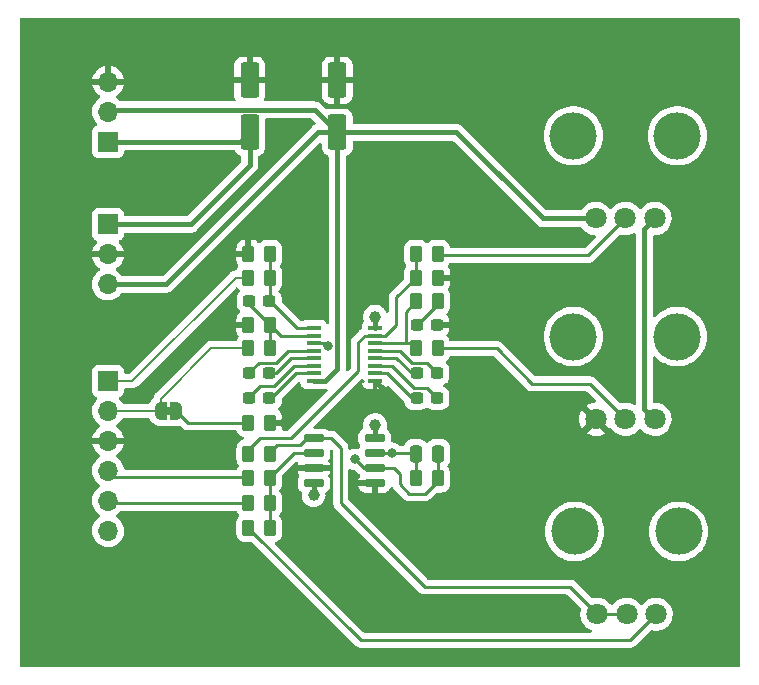
<source format=gbr>
%TF.GenerationSoftware,KiCad,Pcbnew,(6.0.11)*%
%TF.CreationDate,2023-01-31T16:53:48+00:00*%
%TF.ProjectId,Quilter,5175696c-7465-4722-9e6b-696361645f70,rev?*%
%TF.SameCoordinates,Original*%
%TF.FileFunction,Copper,L1,Top*%
%TF.FilePolarity,Positive*%
%FSLAX46Y46*%
G04 Gerber Fmt 4.6, Leading zero omitted, Abs format (unit mm)*
G04 Created by KiCad (PCBNEW (6.0.11)) date 2023-01-31 16:53:48*
%MOMM*%
%LPD*%
G01*
G04 APERTURE LIST*
G04 Aperture macros list*
%AMRoundRect*
0 Rectangle with rounded corners*
0 $1 Rounding radius*
0 $2 $3 $4 $5 $6 $7 $8 $9 X,Y pos of 4 corners*
0 Add a 4 corners polygon primitive as box body*
4,1,4,$2,$3,$4,$5,$6,$7,$8,$9,$2,$3,0*
0 Add four circle primitives for the rounded corners*
1,1,$1+$1,$2,$3*
1,1,$1+$1,$4,$5*
1,1,$1+$1,$6,$7*
1,1,$1+$1,$8,$9*
0 Add four rect primitives between the rounded corners*
20,1,$1+$1,$2,$3,$4,$5,0*
20,1,$1+$1,$4,$5,$6,$7,0*
20,1,$1+$1,$6,$7,$8,$9,0*
20,1,$1+$1,$8,$9,$2,$3,0*%
%AMFreePoly0*
4,1,22,0.500000,-0.750000,0.000000,-0.750000,0.000000,-0.745033,-0.079941,-0.743568,-0.215256,-0.701293,-0.333266,-0.622738,-0.424486,-0.514219,-0.481581,-0.384460,-0.499164,-0.250000,-0.500000,-0.250000,-0.500000,0.250000,-0.499164,0.250000,-0.499963,0.256109,-0.478152,0.396186,-0.417904,0.524511,-0.324060,0.630769,-0.204165,0.706417,-0.067858,0.745374,0.000000,0.744959,0.000000,0.750000,
0.500000,0.750000,0.500000,-0.750000,0.500000,-0.750000,$1*%
%AMFreePoly1*
4,1,20,0.000000,0.744959,0.073905,0.744508,0.209726,0.703889,0.328688,0.626782,0.421226,0.519385,0.479903,0.390333,0.500000,0.250000,0.500000,-0.250000,0.499851,-0.262216,0.476331,-0.402017,0.414519,-0.529596,0.319384,-0.634700,0.198574,-0.708877,0.061801,-0.746166,0.000000,-0.745033,0.000000,-0.750000,-0.500000,-0.750000,-0.500000,0.750000,0.000000,0.750000,0.000000,0.744959,
0.000000,0.744959,$1*%
G04 Aperture macros list end*
%TA.AperFunction,SMDPad,CuDef*%
%ADD10RoundRect,0.250000X-0.262500X-0.450000X0.262500X-0.450000X0.262500X0.450000X-0.262500X0.450000X0*%
%TD*%
%TA.AperFunction,SMDPad,CuDef*%
%ADD11RoundRect,0.237500X-0.300000X-0.237500X0.300000X-0.237500X0.300000X0.237500X-0.300000X0.237500X0*%
%TD*%
%TA.AperFunction,SMDPad,CuDef*%
%ADD12RoundRect,0.237500X0.300000X0.237500X-0.300000X0.237500X-0.300000X-0.237500X0.300000X-0.237500X0*%
%TD*%
%TA.AperFunction,SMDPad,CuDef*%
%ADD13RoundRect,0.250000X0.262500X0.450000X-0.262500X0.450000X-0.262500X-0.450000X0.262500X-0.450000X0*%
%TD*%
%TA.AperFunction,SMDPad,CuDef*%
%ADD14RoundRect,0.150000X-0.725000X-0.150000X0.725000X-0.150000X0.725000X0.150000X-0.725000X0.150000X0*%
%TD*%
%TA.AperFunction,SMDPad,CuDef*%
%ADD15R,1.200000X0.400000*%
%TD*%
%TA.AperFunction,ComponentPad*%
%ADD16C,1.800000*%
%TD*%
%TA.AperFunction,WasherPad*%
%ADD17C,4.000000*%
%TD*%
%TA.AperFunction,SMDPad,CuDef*%
%ADD18FreePoly0,0.000000*%
%TD*%
%TA.AperFunction,SMDPad,CuDef*%
%ADD19FreePoly1,0.000000*%
%TD*%
%TA.AperFunction,ComponentPad*%
%ADD20R,1.700000X1.700000*%
%TD*%
%TA.AperFunction,ComponentPad*%
%ADD21O,1.700000X1.700000*%
%TD*%
%TA.AperFunction,SMDPad,CuDef*%
%ADD22RoundRect,0.250000X-0.250000X-0.475000X0.250000X-0.475000X0.250000X0.475000X-0.250000X0.475000X0*%
%TD*%
%TA.AperFunction,SMDPad,CuDef*%
%ADD23RoundRect,0.250000X-0.550000X1.250000X-0.550000X-1.250000X0.550000X-1.250000X0.550000X1.250000X0*%
%TD*%
%TA.AperFunction,SMDPad,CuDef*%
%ADD24RoundRect,0.250000X0.550000X-1.250000X0.550000X1.250000X-0.550000X1.250000X-0.550000X-1.250000X0*%
%TD*%
%TA.AperFunction,ViaPad*%
%ADD25C,0.800000*%
%TD*%
%TA.AperFunction,ViaPad*%
%ADD26C,1.000000*%
%TD*%
%TA.AperFunction,Conductor*%
%ADD27C,0.200000*%
%TD*%
%TA.AperFunction,Conductor*%
%ADD28C,0.250000*%
%TD*%
%TA.AperFunction,Conductor*%
%ADD29C,0.400000*%
%TD*%
G04 APERTURE END LIST*
%TO.C,JP1*%
G36*
X51350000Y-74100000D02*
G01*
X50850000Y-74100000D01*
X50850000Y-73500000D01*
X51350000Y-73500000D01*
X51350000Y-74100000D01*
G37*
%TD*%
D10*
%TO.P,R14,1*%
%TO.N,/FREQ_CTRL*%
X72087500Y-60500000D03*
%TO.P,R14,2*%
%TO.N,Net-(FREQ_OFFSET1-Pad2)*%
X73912500Y-60500000D03*
%TD*%
D11*
%TO.P,C6,1*%
%TO.N,Net-(C6-Pad1)*%
X57937500Y-72700000D03*
%TO.P,C6,2*%
%TO.N,Net-(C6-Pad2)*%
X59662500Y-72700000D03*
%TD*%
D12*
%TO.P,C5,1*%
%TO.N,Net-(C5-Pad1)*%
X73862500Y-72700000D03*
%TO.P,C5,2*%
%TO.N,Net-(C5-Pad2)*%
X72137500Y-72700000D03*
%TD*%
%TO.P,C4,1*%
%TO.N,Net-(C4-Pad1)*%
X73862500Y-70600000D03*
%TO.P,C4,2*%
%TO.N,Net-(C4-Pad2)*%
X72137500Y-70600000D03*
%TD*%
D11*
%TO.P,C3,1*%
%TO.N,Net-(C3-Pad1)*%
X57937500Y-64500000D03*
%TO.P,C3,2*%
%TO.N,Net-(C3-Pad2)*%
X59662500Y-64500000D03*
%TD*%
%TO.P,C9,1*%
%TO.N,Net-(C9-Pad1)*%
X72137500Y-66500000D03*
%TO.P,C9,2*%
%TO.N,GND*%
X73862500Y-66500000D03*
%TD*%
%TO.P,C7,1*%
%TO.N,Net-(C7-Pad1)*%
X57937500Y-70600000D03*
%TO.P,C7,2*%
%TO.N,Net-(C7-Pad2)*%
X59662500Y-70600000D03*
%TD*%
D13*
%TO.P,R13,1*%
%TO.N,GND*%
X59712500Y-74800000D03*
%TO.P,R13,2*%
%TO.N,Net-(JP1-Pad2)*%
X57887500Y-74800000D03*
%TD*%
%TO.P,R4,1*%
%TO.N,Net-(C3-Pad1)*%
X59712500Y-66500000D03*
%TO.P,R4,2*%
%TO.N,GND*%
X57887500Y-66500000D03*
%TD*%
D10*
%TO.P,R3,1*%
%TO.N,GND*%
X57887500Y-60500000D03*
%TO.P,R3,2*%
%TO.N,Net-(C3-Pad2)*%
X59712500Y-60500000D03*
%TD*%
D13*
%TO.P,R2,1*%
%TO.N,Net-(C3-Pad1)*%
X59712500Y-68500000D03*
%TO.P,R2,2*%
%TO.N,/SIG_IN-*%
X57887500Y-68500000D03*
%TD*%
%TO.P,R1,1*%
%TO.N,Net-(C3-Pad2)*%
X59712500Y-62500000D03*
%TO.P,R1,2*%
%TO.N,/SIG_IN+*%
X57887500Y-62500000D03*
%TD*%
D14*
%TO.P,U2,1*%
%TO.N,Net-(R9-Pad2)*%
X63425000Y-76095000D03*
%TO.P,U2,2,-*%
%TO.N,Net-(R6-Pad1)*%
X63425000Y-77365000D03*
%TO.P,U2,3,+*%
%TO.N,GND*%
X63425000Y-78635000D03*
%TO.P,U2,4,V-*%
%TO.N,-12V*%
X63425000Y-79905000D03*
%TO.P,U2,5,+*%
%TO.N,GND*%
X68575000Y-79905000D03*
%TO.P,U2,6,-*%
%TO.N,Net-(C8-Pad2)*%
X68575000Y-78635000D03*
%TO.P,U2,7*%
%TO.N,/MIX_OUT*%
X68575000Y-77365000D03*
%TO.P,U2,8,V+*%
%TO.N,+12V*%
X68575000Y-76095000D03*
%TD*%
D15*
%TO.P,U1,16,V+*%
%TO.N,+12V*%
X68600000Y-66777500D03*
%TO.P,U1,15,FREQ_CTRL*%
%TO.N,/FREQ_CTRL*%
X68600000Y-67412500D03*
%TO.P,U1,14,Q_CTRL*%
%TO.N,/Q_CTRL*%
X68600000Y-68047500D03*
%TO.P,U1,13,C1A*%
%TO.N,Net-(C4-Pad1)*%
X68600000Y-68682500D03*
%TO.P,U1,12,C1B*%
%TO.N,Net-(C4-Pad2)*%
X68600000Y-69317500D03*
%TO.P,U1,11,C2A*%
%TO.N,Net-(C5-Pad1)*%
X68600000Y-69952500D03*
%TO.P,U1,10,C2B*%
%TO.N,Net-(C5-Pad2)*%
X68600000Y-70587500D03*
%TO.P,U1,9,GND*%
%TO.N,GND*%
X68600000Y-71222500D03*
%TO.P,U1,8,V-*%
%TO.N,-12V*%
X63400000Y-71222500D03*
%TO.P,U1,7,C3B*%
%TO.N,Net-(C6-Pad2)*%
X63400000Y-70587500D03*
%TO.P,U1,6,C3A*%
%TO.N,Net-(C6-Pad1)*%
X63400000Y-69952500D03*
%TO.P,U1,5,C4B*%
%TO.N,Net-(C7-Pad2)*%
X63400000Y-69317500D03*
%TO.P,U1,4,C4A*%
%TO.N,Net-(C7-Pad1)*%
X63400000Y-68682500D03*
%TO.P,U1,3,OUT*%
%TO.N,Net-(C8-Pad2)*%
X63400000Y-68047500D03*
%TO.P,U1,2,SIG_IN-*%
%TO.N,Net-(C3-Pad1)*%
X63400000Y-67412500D03*
%TO.P,U1,1,SIG_IN+*%
%TO.N,Net-(C3-Pad2)*%
X63400000Y-66777500D03*
%TD*%
D16*
%TO.P,FREQ_OFFSET1,3,3*%
%TO.N,-12V*%
X87300000Y-57500000D03*
%TO.P,FREQ_OFFSET1,2,2*%
%TO.N,Net-(FREQ_OFFSET1-Pad2)*%
X89800000Y-57500000D03*
%TO.P,FREQ_OFFSET1,1,1*%
%TO.N,+12V*%
X92300000Y-57500000D03*
D17*
%TO.P,FREQ_OFFSET1,*%
%TO.N,*%
X85400000Y-50500000D03*
X94200000Y-50500000D03*
%TD*%
D16*
%TO.P,Q_CTRL1,3,3*%
%TO.N,GND*%
X87300000Y-74500000D03*
%TO.P,Q_CTRL1,2,2*%
%TO.N,Net-(R12-Pad1)*%
X89800000Y-74500000D03*
%TO.P,Q_CTRL1,1,1*%
%TO.N,+12V*%
X92300000Y-74500000D03*
D17*
%TO.P,Q_CTRL1,*%
%TO.N,*%
X85400000Y-67500000D03*
X94200000Y-67500000D03*
%TD*%
D16*
%TO.P,V_OCT1,3,3*%
%TO.N,Net-(R9-Pad2)*%
X87400000Y-91000000D03*
%TO.P,V_OCT1,2,2*%
X89900000Y-91000000D03*
%TO.P,V_OCT1,1,1*%
%TO.N,Net-(R8-Pad1)*%
X92400000Y-91000000D03*
D17*
%TO.P,V_OCT1,*%
%TO.N,*%
X85500000Y-84000000D03*
X94300000Y-84000000D03*
%TD*%
D13*
%TO.P,R12,1*%
%TO.N,Net-(R12-Pad1)*%
X73912500Y-68500000D03*
%TO.P,R12,2*%
%TO.N,/Q_CTRL*%
X72087500Y-68500000D03*
%TD*%
D10*
%TO.P,R11,1*%
%TO.N,/FREQ_CTRL*%
X72087500Y-62500000D03*
%TO.P,R11,2*%
%TO.N,GND*%
X73912500Y-62500000D03*
%TD*%
D13*
%TO.P,R10,2*%
%TO.N,/Q_CTRL*%
X72087500Y-64500000D03*
%TO.P,R10,1*%
%TO.N,Net-(C9-Pad1)*%
X73912500Y-64500000D03*
%TD*%
D10*
%TO.P,R9,2*%
%TO.N,Net-(R9-Pad2)*%
X59712500Y-77400000D03*
%TO.P,R9,1*%
%TO.N,/FREQ_CTRL*%
X57887500Y-77400000D03*
%TD*%
%TO.P,R8,2*%
%TO.N,Net-(R6-Pad1)*%
X59712500Y-83700000D03*
%TO.P,R8,1*%
%TO.N,Net-(R8-Pad1)*%
X57887500Y-83700000D03*
%TD*%
D13*
%TO.P,R7,1*%
%TO.N,Net-(R6-Pad1)*%
X59712500Y-81600000D03*
%TO.P,R7,2*%
%TO.N,/FREQ2*%
X57887500Y-81600000D03*
%TD*%
%TO.P,R6,1*%
%TO.N,Net-(R6-Pad1)*%
X59712500Y-79500000D03*
%TO.P,R6,2*%
%TO.N,/FREQ1*%
X57887500Y-79500000D03*
%TD*%
D10*
%TO.P,R5,1*%
%TO.N,/MIX_OUT*%
X72087500Y-79500000D03*
%TO.P,R5,2*%
%TO.N,Net-(C8-Pad2)*%
X73912500Y-79500000D03*
%TD*%
D18*
%TO.P,JP1,1,A*%
%TO.N,/SIG_IN-*%
X50450000Y-73800000D03*
D19*
%TO.P,JP1,2,B*%
%TO.N,Net-(JP1-Pad2)*%
X51750000Y-73800000D03*
%TD*%
D20*
%TO.P,J3,1,Pin_1*%
%TO.N,+12V*%
X46000000Y-51000000D03*
D21*
%TO.P,J3,2,Pin_2*%
%TO.N,-12V*%
X46000000Y-48460000D03*
%TO.P,J3,3,Pin_3*%
%TO.N,GND*%
X46000000Y-45920000D03*
%TD*%
D20*
%TO.P,J2,1,Pin_1*%
%TO.N,+12V*%
X46000000Y-58000000D03*
D21*
%TO.P,J2,2,Pin_2*%
%TO.N,GND*%
X46000000Y-60540000D03*
%TO.P,J2,3,Pin_3*%
%TO.N,-12V*%
X46000000Y-63080000D03*
%TD*%
D20*
%TO.P,J1,1,Pin_1*%
%TO.N,/SIG_IN+*%
X46000000Y-71250000D03*
D21*
%TO.P,J1,2,Pin_2*%
%TO.N,/SIG_IN-*%
X46000000Y-73790000D03*
%TO.P,J1,3,Pin_3*%
%TO.N,GND*%
X46000000Y-76330000D03*
%TO.P,J1,4,Pin_4*%
%TO.N,/FREQ1*%
X46000000Y-78870000D03*
%TO.P,J1,5,Pin_5*%
%TO.N,/FREQ2*%
X46000000Y-81410000D03*
%TO.P,J1,6,Pin_6*%
%TO.N,/MIX_OUT*%
X46000000Y-83950000D03*
%TD*%
D22*
%TO.P,C8,1*%
%TO.N,/MIX_OUT*%
X72050000Y-77400000D03*
%TO.P,C8,2*%
%TO.N,Net-(C8-Pad2)*%
X73950000Y-77400000D03*
%TD*%
D23*
%TO.P,C2,1*%
%TO.N,GND*%
X65400000Y-45800000D03*
%TO.P,C2,2*%
%TO.N,-12V*%
X65400000Y-50200000D03*
%TD*%
D24*
%TO.P,C1,2*%
%TO.N,GND*%
X58000000Y-45800000D03*
%TO.P,C1,1*%
%TO.N,+12V*%
X58000000Y-50200000D03*
%TD*%
D25*
%TO.N,GND*%
X69700000Y-72300000D03*
X69900000Y-62800000D03*
X75100000Y-66500000D03*
X56600000Y-66500000D03*
%TO.N,/MIX_OUT*%
X70035000Y-77365000D03*
%TO.N,GND*%
X61400000Y-80100000D03*
X60900000Y-74800000D03*
D26*
%TO.N,-12V*%
X63400000Y-80900000D03*
D25*
%TO.N,Net-(C8-Pad2)*%
X66900000Y-77900000D03*
X64600000Y-68300000D03*
D26*
%TO.N,+12V*%
X68599999Y-65799999D03*
X68599999Y-74999999D03*
%TD*%
D27*
%TO.N,/SIG_IN-*%
X54700000Y-68500000D02*
X50450000Y-72750000D01*
X57887500Y-68500000D02*
X54700000Y-68500000D01*
X50450000Y-72750000D02*
X50450000Y-73800000D01*
%TO.N,/SIG_IN+*%
X48050000Y-71250000D02*
X46000000Y-71250000D01*
X56800000Y-62500000D02*
X48050000Y-71250000D01*
X57887500Y-62500000D02*
X56800000Y-62500000D01*
D28*
%TO.N,/FREQ_CTRL*%
X69487500Y-67412500D02*
X68600000Y-67412500D01*
X70400000Y-64187500D02*
X70400000Y-66500000D01*
X72087500Y-62500000D02*
X70400000Y-64187500D01*
X70400000Y-66500000D02*
X69487500Y-67412500D01*
%TO.N,Net-(C7-Pad1)*%
X58750000Y-69700000D02*
X57850000Y-70600000D01*
X61217500Y-68682500D02*
X60200000Y-69700000D01*
X63400000Y-68682500D02*
X61217500Y-68682500D01*
X60200000Y-69700000D02*
X58750000Y-69700000D01*
%TO.N,Net-(C7-Pad2)*%
X60200000Y-70600000D02*
X59750000Y-70600000D01*
X63400000Y-69317500D02*
X61482500Y-69317500D01*
X61482500Y-69317500D02*
X60200000Y-70600000D01*
%TO.N,Net-(C6-Pad1)*%
X58900000Y-71650000D02*
X57850000Y-72700000D01*
X61747500Y-69952500D02*
X60050000Y-71650000D01*
X63400000Y-69952500D02*
X61747500Y-69952500D01*
X60050000Y-71650000D02*
X58900000Y-71650000D01*
%TO.N,Net-(R9-Pad2)*%
X85100000Y-88700000D02*
X87400000Y-91000000D01*
X72800000Y-88700000D02*
X85100000Y-88700000D01*
X65700000Y-81600000D02*
X72800000Y-88700000D01*
X63425000Y-76095000D02*
X64895000Y-76095000D01*
X64895000Y-76095000D02*
X65700000Y-76900000D01*
X65700000Y-76900000D02*
X65700000Y-81600000D01*
%TO.N,Net-(R8-Pad1)*%
X67387500Y-93200000D02*
X90200000Y-93200000D01*
X57887500Y-83700000D02*
X67387500Y-93200000D01*
%TO.N,Net-(R9-Pad2)*%
X87400000Y-91000000D02*
X89900000Y-91000000D01*
%TO.N,Net-(R12-Pad1)*%
X78900000Y-68500000D02*
X73912500Y-68500000D01*
X81900000Y-71500000D02*
X78900000Y-68500000D01*
X86800000Y-71500000D02*
X81900000Y-71500000D01*
X89800000Y-74500000D02*
X86800000Y-71500000D01*
%TO.N,Net-(FREQ_OFFSET1-Pad2)*%
X86675000Y-60625000D02*
X74037500Y-60625000D01*
X74037500Y-60625000D02*
X73912500Y-60500000D01*
X86675000Y-60625000D02*
X89800000Y-57500000D01*
D29*
%TO.N,-12V*%
X82800000Y-57500000D02*
X87300000Y-57500000D01*
X75500000Y-50200000D02*
X82800000Y-57500000D01*
X65400000Y-50200000D02*
X75500000Y-50200000D01*
D28*
%TO.N,Net-(C8-Pad2)*%
X73912500Y-79687500D02*
X73912500Y-79500000D01*
X72800000Y-80800000D02*
X73912500Y-79687500D01*
X70700000Y-79100000D02*
X70700000Y-80019087D01*
X70700000Y-80019087D02*
X71480913Y-80800000D01*
X71480913Y-80800000D02*
X72800000Y-80800000D01*
X68575000Y-78635000D02*
X70235000Y-78635000D01*
X70235000Y-78635000D02*
X70700000Y-79100000D01*
X73912500Y-77437500D02*
X73950000Y-77400000D01*
X73912500Y-79500000D02*
X73912500Y-77437500D01*
%TO.N,/MIX_OUT*%
X72087500Y-79500000D02*
X72087500Y-77437500D01*
X72087500Y-77437500D02*
X72050000Y-77400000D01*
X70035000Y-77365000D02*
X72015000Y-77365000D01*
X72015000Y-77365000D02*
X72050000Y-77400000D01*
%TO.N,Net-(C5-Pad2)*%
X71700000Y-72700000D02*
X72137500Y-72700000D01*
X69587500Y-70587500D02*
X71700000Y-72700000D01*
X68600000Y-70587500D02*
X69587500Y-70587500D01*
%TO.N,Net-(C4-Pad1)*%
X72962500Y-69700000D02*
X73862500Y-70600000D01*
X68600000Y-68682500D02*
X70744327Y-68682500D01*
X70744327Y-68682500D02*
X71761827Y-69700000D01*
X71761827Y-69700000D02*
X72962500Y-69700000D01*
%TO.N,Net-(C5-Pad1)*%
X71886363Y-71813173D02*
X72975673Y-71813173D01*
X70025690Y-69952500D02*
X71886363Y-71813173D01*
X72975673Y-71813173D02*
X73950000Y-72787500D01*
X68600000Y-69952500D02*
X70025690Y-69952500D01*
%TO.N,Net-(C4-Pad2)*%
X70417500Y-69317500D02*
X71700000Y-70600000D01*
X68600000Y-69317500D02*
X70417500Y-69317500D01*
X71700000Y-70600000D02*
X72137500Y-70600000D01*
%TO.N,/Q_CTRL*%
X71635000Y-68047500D02*
X68600000Y-68047500D01*
X72087500Y-68500000D02*
X71635000Y-68047500D01*
%TO.N,/FREQ_CTRL*%
X72087500Y-62500000D02*
X72087500Y-60500000D01*
%TO.N,/Q_CTRL*%
X71052500Y-68047500D02*
X68600000Y-68047500D01*
X71200000Y-65387500D02*
X71200000Y-67900000D01*
X72087500Y-64500000D02*
X71200000Y-65387500D01*
%TO.N,Net-(C9-Pad1)*%
X73912500Y-64725000D02*
X72137500Y-66500000D01*
X73912500Y-64500000D02*
X73912500Y-64725000D01*
%TO.N,/FREQ_CTRL*%
X67750000Y-67412500D02*
X68600000Y-67412500D01*
X67200000Y-67962500D02*
X67750000Y-67412500D01*
X67200000Y-70400000D02*
X67200000Y-67962500D01*
X58900000Y-76100000D02*
X61500000Y-76100000D01*
X57887500Y-77112500D02*
X58900000Y-76100000D01*
X57887500Y-77400000D02*
X57887500Y-77112500D01*
X61500000Y-76100000D02*
X67200000Y-70400000D01*
%TO.N,Net-(R9-Pad2)*%
X59712500Y-77287500D02*
X59712500Y-77400000D01*
X60300000Y-76700000D02*
X59712500Y-77287500D01*
X62210000Y-76700000D02*
X60300000Y-76700000D01*
X62815000Y-76095000D02*
X62210000Y-76700000D01*
X63425000Y-76095000D02*
X62815000Y-76095000D01*
D29*
%TO.N,GND*%
X68622500Y-71222500D02*
X69700000Y-72300000D01*
X68600000Y-71222500D02*
X68622500Y-71222500D01*
D28*
%TO.N,Net-(C3-Pad1)*%
X57850000Y-64637500D02*
X59712500Y-66500000D01*
X57850000Y-64500000D02*
X57850000Y-64637500D01*
D29*
%TO.N,-12V*%
X63400000Y-79930000D02*
X63425000Y-79905000D01*
X63400000Y-80900000D02*
X63400000Y-79930000D01*
D28*
%TO.N,Net-(C8-Pad2)*%
X66900000Y-77900000D02*
X67635000Y-78635000D01*
X64347500Y-68047500D02*
X64600000Y-68300000D01*
X67635000Y-78635000D02*
X68575000Y-78635000D01*
X63400000Y-68047500D02*
X64347500Y-68047500D01*
D29*
%TO.N,+12V*%
X68600000Y-76070000D02*
X68599999Y-74999999D01*
X68575000Y-76095000D02*
X68600000Y-76070000D01*
X68600000Y-66777500D02*
X68599999Y-65799999D01*
X91400000Y-58400000D02*
X92300000Y-57500000D01*
X91400000Y-73600000D02*
X91400000Y-58400000D01*
X92300000Y-74500000D02*
X91400000Y-73600000D01*
D28*
%TO.N,Net-(R8-Pad1)*%
X90200000Y-93200000D02*
X92400000Y-91000000D01*
%TO.N,/FREQ2*%
X46190000Y-81600000D02*
X46000000Y-81410000D01*
X57887500Y-81600000D02*
X46190000Y-81600000D01*
%TO.N,/FREQ1*%
X46530000Y-79400000D02*
X46000000Y-78870000D01*
X57787500Y-79400000D02*
X46530000Y-79400000D01*
X57887500Y-79500000D02*
X57787500Y-79400000D01*
D27*
%TO.N,/SIG_IN-*%
X50440000Y-73790000D02*
X50450000Y-73800000D01*
X46000000Y-73790000D02*
X50440000Y-73790000D01*
D28*
%TO.N,Net-(JP1-Pad2)*%
X52750000Y-74800000D02*
X57887500Y-74800000D01*
X51750000Y-73800000D02*
X52750000Y-74800000D01*
D29*
%TO.N,-12V*%
X65400000Y-70222500D02*
X65400000Y-50200000D01*
X63400000Y-71222500D02*
X64400000Y-71222500D01*
X64400000Y-71222500D02*
X65400000Y-70222500D01*
X63500000Y-48300000D02*
X65400000Y-50200000D01*
X46160000Y-48300000D02*
X63500000Y-48300000D01*
X46000000Y-48460000D02*
X46160000Y-48300000D01*
X50920000Y-63080000D02*
X46000000Y-63080000D01*
X65400000Y-50200000D02*
X63800000Y-50200000D01*
X63800000Y-50200000D02*
X50920000Y-63080000D01*
%TO.N,+12V*%
X53000000Y-58000000D02*
X46000000Y-58000000D01*
X58000000Y-53000000D02*
X53000000Y-58000000D01*
X58000000Y-50200000D02*
X58000000Y-53000000D01*
X46000000Y-51000000D02*
X57200000Y-51000000D01*
X57200000Y-51000000D02*
X58000000Y-50200000D01*
%TO.N,-12V*%
X46000000Y-48540000D02*
X46240000Y-48300000D01*
%TO.N,GND*%
X57800000Y-46000000D02*
X58000000Y-45800000D01*
D28*
%TO.N,Net-(R6-Pad1)*%
X61747500Y-77365000D02*
X63425000Y-77365000D01*
X59712500Y-79400000D02*
X61747500Y-77365000D01*
X59712500Y-83500000D02*
X59712500Y-81500000D01*
X59712500Y-81500000D02*
X59712500Y-79370000D01*
%TO.N,/MIX_OUT*%
X72052500Y-77365000D02*
X72087500Y-77400000D01*
X68575000Y-77365000D02*
X70035000Y-77365000D01*
X72050000Y-77362500D02*
X72087500Y-77400000D01*
%TO.N,Net-(C6-Pad2)*%
X59823863Y-72700000D02*
X59750000Y-72700000D01*
X61936363Y-70587500D02*
X59823863Y-72700000D01*
X63400000Y-70587500D02*
X61936363Y-70587500D01*
%TO.N,Net-(C3-Pad1)*%
X59712500Y-68500000D02*
X59712500Y-66500000D01*
X60625000Y-67412500D02*
X63400000Y-67412500D01*
X59712500Y-66500000D02*
X60625000Y-67412500D01*
%TO.N,Net-(C3-Pad2)*%
X62027500Y-66777500D02*
X63400000Y-66777500D01*
X59750000Y-64500000D02*
X62027500Y-66777500D01*
X59712500Y-62500000D02*
X59712500Y-64462500D01*
X59712500Y-64462500D02*
X59750000Y-64500000D01*
X59712500Y-60500000D02*
X59712500Y-62500000D01*
%TD*%
%TA.AperFunction,Conductor*%
%TO.N,GND*%
G36*
X99433621Y-40528502D02*
G01*
X99480114Y-40582158D01*
X99491500Y-40634500D01*
X99491500Y-95365500D01*
X99471498Y-95433621D01*
X99417842Y-95480114D01*
X99365500Y-95491500D01*
X38634500Y-95491500D01*
X38566379Y-95471498D01*
X38519886Y-95417842D01*
X38508500Y-95365500D01*
X38508500Y-83916695D01*
X44637251Y-83916695D01*
X44637548Y-83921848D01*
X44637548Y-83921851D01*
X44643011Y-84016590D01*
X44650110Y-84139715D01*
X44651247Y-84144761D01*
X44651248Y-84144767D01*
X44671119Y-84232939D01*
X44699222Y-84357639D01*
X44783266Y-84564616D01*
X44899987Y-84755088D01*
X45046250Y-84923938D01*
X45218126Y-85066632D01*
X45411000Y-85179338D01*
X45619692Y-85259030D01*
X45624760Y-85260061D01*
X45624763Y-85260062D01*
X45732017Y-85281883D01*
X45838597Y-85303567D01*
X45843772Y-85303757D01*
X45843774Y-85303757D01*
X46056673Y-85311564D01*
X46056677Y-85311564D01*
X46061837Y-85311753D01*
X46066957Y-85311097D01*
X46066959Y-85311097D01*
X46278288Y-85284025D01*
X46278289Y-85284025D01*
X46283416Y-85283368D01*
X46288366Y-85281883D01*
X46492429Y-85220661D01*
X46492434Y-85220659D01*
X46497384Y-85219174D01*
X46697994Y-85120896D01*
X46879860Y-84991173D01*
X47038096Y-84833489D01*
X47097594Y-84750689D01*
X47165435Y-84656277D01*
X47168453Y-84652077D01*
X47179934Y-84628848D01*
X47265136Y-84456453D01*
X47265137Y-84456451D01*
X47267430Y-84451811D01*
X47310094Y-84311389D01*
X47330865Y-84243023D01*
X47330865Y-84243021D01*
X47332370Y-84238069D01*
X47361529Y-84016590D01*
X47361838Y-84003958D01*
X47363074Y-83953365D01*
X47363074Y-83953361D01*
X47363156Y-83950000D01*
X47344852Y-83727361D01*
X47290431Y-83510702D01*
X47201354Y-83305840D01*
X47134737Y-83202866D01*
X47082822Y-83122617D01*
X47082820Y-83122614D01*
X47080014Y-83118277D01*
X46929670Y-82953051D01*
X46925619Y-82949852D01*
X46925615Y-82949848D01*
X46758414Y-82817800D01*
X46758410Y-82817798D01*
X46754359Y-82814598D01*
X46713053Y-82791796D01*
X46663084Y-82741364D01*
X46648312Y-82671921D01*
X46673428Y-82605516D01*
X46700780Y-82578909D01*
X46744603Y-82547650D01*
X46879860Y-82451173D01*
X46889994Y-82441075D01*
X46965541Y-82365791D01*
X47038096Y-82293489D01*
X47043496Y-82285974D01*
X47099490Y-82242326D01*
X47145819Y-82233500D01*
X56795803Y-82233500D01*
X56863924Y-82253502D01*
X56910417Y-82307158D01*
X56915326Y-82319623D01*
X56933450Y-82373946D01*
X56937301Y-82380170D01*
X56937302Y-82380171D01*
X56974991Y-82441075D01*
X57026522Y-82524348D01*
X57031704Y-82529521D01*
X57031708Y-82529526D01*
X57063108Y-82560871D01*
X57097188Y-82623153D01*
X57092185Y-82693973D01*
X57063265Y-82739061D01*
X57060966Y-82741364D01*
X57025695Y-82776697D01*
X57021855Y-82782927D01*
X57021854Y-82782928D01*
X57000359Y-82817800D01*
X56932885Y-82927262D01*
X56925394Y-82949848D01*
X56882720Y-83078507D01*
X56877203Y-83095139D01*
X56876503Y-83101975D01*
X56876502Y-83101978D01*
X56872091Y-83145031D01*
X56866500Y-83199600D01*
X56866500Y-84200400D01*
X56877474Y-84306166D01*
X56879655Y-84312702D01*
X56879655Y-84312704D01*
X56923728Y-84444806D01*
X56933450Y-84473946D01*
X57026522Y-84624348D01*
X57151697Y-84749305D01*
X57157927Y-84753145D01*
X57157928Y-84753146D01*
X57295090Y-84837694D01*
X57302262Y-84842115D01*
X57382005Y-84868564D01*
X57463611Y-84895632D01*
X57463613Y-84895632D01*
X57470139Y-84897797D01*
X57476975Y-84898497D01*
X57476978Y-84898498D01*
X57520031Y-84902909D01*
X57574600Y-84908500D01*
X58147906Y-84908500D01*
X58216027Y-84928502D01*
X58237001Y-84945405D01*
X62561125Y-89269530D01*
X66883848Y-93592253D01*
X66891388Y-93600539D01*
X66895500Y-93607018D01*
X66901277Y-93612443D01*
X66945151Y-93653643D01*
X66947993Y-93656398D01*
X66967730Y-93676135D01*
X66970927Y-93678615D01*
X66979947Y-93686318D01*
X67012179Y-93716586D01*
X67019125Y-93720405D01*
X67019128Y-93720407D01*
X67029934Y-93726348D01*
X67046453Y-93737199D01*
X67062459Y-93749614D01*
X67069728Y-93752759D01*
X67069732Y-93752762D01*
X67103037Y-93767174D01*
X67113687Y-93772391D01*
X67152440Y-93793695D01*
X67160115Y-93795666D01*
X67160116Y-93795666D01*
X67172062Y-93798733D01*
X67190767Y-93805137D01*
X67209355Y-93813181D01*
X67217178Y-93814420D01*
X67217188Y-93814423D01*
X67253024Y-93820099D01*
X67264644Y-93822505D01*
X67296459Y-93830673D01*
X67307470Y-93833500D01*
X67327724Y-93833500D01*
X67347434Y-93835051D01*
X67367443Y-93838220D01*
X67375335Y-93837474D01*
X67394080Y-93835702D01*
X67411462Y-93834059D01*
X67423319Y-93833500D01*
X90121233Y-93833500D01*
X90132416Y-93834027D01*
X90139909Y-93835702D01*
X90147835Y-93835453D01*
X90147836Y-93835453D01*
X90207986Y-93833562D01*
X90211945Y-93833500D01*
X90239856Y-93833500D01*
X90243791Y-93833003D01*
X90243856Y-93832995D01*
X90255693Y-93832062D01*
X90287951Y-93831048D01*
X90291970Y-93830922D01*
X90299889Y-93830673D01*
X90319343Y-93825021D01*
X90338700Y-93821013D01*
X90350930Y-93819468D01*
X90350931Y-93819468D01*
X90358797Y-93818474D01*
X90366168Y-93815555D01*
X90366170Y-93815555D01*
X90399912Y-93802196D01*
X90411142Y-93798351D01*
X90445983Y-93788229D01*
X90445984Y-93788229D01*
X90453593Y-93786018D01*
X90460412Y-93781985D01*
X90460417Y-93781983D01*
X90471028Y-93775707D01*
X90488776Y-93767012D01*
X90507617Y-93759552D01*
X90543387Y-93733564D01*
X90553307Y-93727048D01*
X90584535Y-93708580D01*
X90584538Y-93708578D01*
X90591362Y-93704542D01*
X90605683Y-93690221D01*
X90620717Y-93677380D01*
X90630694Y-93670131D01*
X90637107Y-93665472D01*
X90665298Y-93631395D01*
X90673288Y-93622616D01*
X91902149Y-92393756D01*
X91964461Y-92359730D01*
X92016364Y-92359380D01*
X92086164Y-92373581D01*
X92232656Y-92403385D01*
X92363324Y-92408176D01*
X92458949Y-92411683D01*
X92458953Y-92411683D01*
X92464113Y-92411872D01*
X92469233Y-92411216D01*
X92469235Y-92411216D01*
X92542270Y-92401860D01*
X92693847Y-92382442D01*
X92698795Y-92380957D01*
X92698802Y-92380956D01*
X92910747Y-92317369D01*
X92915690Y-92315886D01*
X92996236Y-92276427D01*
X93119049Y-92216262D01*
X93119052Y-92216260D01*
X93123684Y-92213991D01*
X93312243Y-92079494D01*
X93476303Y-91916005D01*
X93611458Y-91727917D01*
X93658641Y-91632450D01*
X93711784Y-91524922D01*
X93711785Y-91524920D01*
X93714078Y-91520280D01*
X93781408Y-91298671D01*
X93811640Y-91069041D01*
X93813327Y-91000000D01*
X93807032Y-90923434D01*
X93794773Y-90774318D01*
X93794772Y-90774312D01*
X93794349Y-90769167D01*
X93766137Y-90656850D01*
X93739184Y-90549544D01*
X93739183Y-90549540D01*
X93737925Y-90544533D01*
X93645570Y-90332131D01*
X93519764Y-90137665D01*
X93363887Y-89966358D01*
X93359836Y-89963159D01*
X93359832Y-89963155D01*
X93186177Y-89826011D01*
X93186172Y-89826008D01*
X93182123Y-89822810D01*
X93177607Y-89820317D01*
X93177604Y-89820315D01*
X92983879Y-89713373D01*
X92983875Y-89713371D01*
X92979355Y-89710876D01*
X92974486Y-89709152D01*
X92974482Y-89709150D01*
X92765903Y-89635288D01*
X92765899Y-89635287D01*
X92761028Y-89633562D01*
X92755935Y-89632655D01*
X92755932Y-89632654D01*
X92538095Y-89593851D01*
X92538089Y-89593850D01*
X92533006Y-89592945D01*
X92460096Y-89592054D01*
X92306581Y-89590179D01*
X92306579Y-89590179D01*
X92301411Y-89590116D01*
X92072464Y-89625150D01*
X91852314Y-89697106D01*
X91847726Y-89699494D01*
X91847722Y-89699496D01*
X91821065Y-89713373D01*
X91646872Y-89804052D01*
X91642739Y-89807155D01*
X91642736Y-89807157D01*
X91617625Y-89826011D01*
X91461655Y-89943117D01*
X91301639Y-90110564D01*
X91254836Y-90179174D01*
X91199927Y-90224175D01*
X91129402Y-90232346D01*
X91065655Y-90201092D01*
X91044959Y-90176609D01*
X91022577Y-90142013D01*
X91022574Y-90142009D01*
X91019764Y-90137665D01*
X90863887Y-89966358D01*
X90859836Y-89963159D01*
X90859832Y-89963155D01*
X90686177Y-89826011D01*
X90686172Y-89826008D01*
X90682123Y-89822810D01*
X90677607Y-89820317D01*
X90677604Y-89820315D01*
X90483879Y-89713373D01*
X90483875Y-89713371D01*
X90479355Y-89710876D01*
X90474486Y-89709152D01*
X90474482Y-89709150D01*
X90265903Y-89635288D01*
X90265899Y-89635287D01*
X90261028Y-89633562D01*
X90255935Y-89632655D01*
X90255932Y-89632654D01*
X90038095Y-89593851D01*
X90038089Y-89593850D01*
X90033006Y-89592945D01*
X89960096Y-89592054D01*
X89806581Y-89590179D01*
X89806579Y-89590179D01*
X89801411Y-89590116D01*
X89572464Y-89625150D01*
X89352314Y-89697106D01*
X89347726Y-89699494D01*
X89347722Y-89699496D01*
X89321065Y-89713373D01*
X89146872Y-89804052D01*
X89142739Y-89807155D01*
X89142736Y-89807157D01*
X89117625Y-89826011D01*
X88961655Y-89943117D01*
X88801639Y-90110564D01*
X88754836Y-90179174D01*
X88699927Y-90224175D01*
X88629402Y-90232346D01*
X88565655Y-90201092D01*
X88544959Y-90176609D01*
X88522577Y-90142013D01*
X88522574Y-90142009D01*
X88519764Y-90137665D01*
X88363887Y-89966358D01*
X88359836Y-89963159D01*
X88359832Y-89963155D01*
X88186177Y-89826011D01*
X88186172Y-89826008D01*
X88182123Y-89822810D01*
X88177607Y-89820317D01*
X88177604Y-89820315D01*
X87983879Y-89713373D01*
X87983875Y-89713371D01*
X87979355Y-89710876D01*
X87974486Y-89709152D01*
X87974482Y-89709150D01*
X87765903Y-89635288D01*
X87765899Y-89635287D01*
X87761028Y-89633562D01*
X87755935Y-89632655D01*
X87755932Y-89632654D01*
X87538095Y-89593851D01*
X87538089Y-89593850D01*
X87533006Y-89592945D01*
X87460096Y-89592054D01*
X87306581Y-89590179D01*
X87306579Y-89590179D01*
X87301411Y-89590116D01*
X87072464Y-89625150D01*
X87031885Y-89638413D01*
X86960922Y-89640563D01*
X86903647Y-89607742D01*
X85603652Y-88307747D01*
X85596112Y-88299461D01*
X85592000Y-88292982D01*
X85542348Y-88246356D01*
X85539507Y-88243602D01*
X85519770Y-88223865D01*
X85516573Y-88221385D01*
X85507551Y-88213680D01*
X85481100Y-88188841D01*
X85475321Y-88183414D01*
X85468375Y-88179595D01*
X85468372Y-88179593D01*
X85457566Y-88173652D01*
X85441047Y-88162801D01*
X85440583Y-88162441D01*
X85425041Y-88150386D01*
X85417772Y-88147241D01*
X85417768Y-88147238D01*
X85384463Y-88132826D01*
X85373813Y-88127609D01*
X85335060Y-88106305D01*
X85315437Y-88101267D01*
X85296734Y-88094863D01*
X85285420Y-88089967D01*
X85285419Y-88089967D01*
X85278145Y-88086819D01*
X85270322Y-88085580D01*
X85270312Y-88085577D01*
X85234476Y-88079901D01*
X85222856Y-88077495D01*
X85187711Y-88068472D01*
X85187710Y-88068472D01*
X85180030Y-88066500D01*
X85159776Y-88066500D01*
X85140065Y-88064949D01*
X85127886Y-88063020D01*
X85120057Y-88061780D01*
X85112165Y-88062526D01*
X85076039Y-88065941D01*
X85064181Y-88066500D01*
X73114595Y-88066500D01*
X73046474Y-88046498D01*
X73025500Y-88029595D01*
X68995905Y-84000000D01*
X82986540Y-84000000D01*
X83006359Y-84315020D01*
X83065505Y-84625072D01*
X83075644Y-84656277D01*
X83154347Y-84898498D01*
X83163044Y-84925266D01*
X83164731Y-84928852D01*
X83164733Y-84928856D01*
X83295750Y-85207283D01*
X83295754Y-85207290D01*
X83297438Y-85210869D01*
X83299562Y-85214215D01*
X83299562Y-85214216D01*
X83303652Y-85220661D01*
X83466568Y-85477375D01*
X83667767Y-85720582D01*
X83897860Y-85936654D01*
X84153221Y-86122184D01*
X84429821Y-86274247D01*
X84433490Y-86275700D01*
X84433495Y-86275702D01*
X84719628Y-86388990D01*
X84723298Y-86390443D01*
X85029025Y-86468940D01*
X85342179Y-86508500D01*
X85657821Y-86508500D01*
X85970975Y-86468940D01*
X86276702Y-86390443D01*
X86280372Y-86388990D01*
X86566505Y-86275702D01*
X86566510Y-86275700D01*
X86570179Y-86274247D01*
X86846779Y-86122184D01*
X87102140Y-85936654D01*
X87332233Y-85720582D01*
X87533432Y-85477375D01*
X87696348Y-85220661D01*
X87700438Y-85214216D01*
X87700438Y-85214215D01*
X87702562Y-85210869D01*
X87704246Y-85207290D01*
X87704250Y-85207283D01*
X87835267Y-84928856D01*
X87835269Y-84928852D01*
X87836956Y-84925266D01*
X87845654Y-84898498D01*
X87924356Y-84656277D01*
X87934495Y-84625072D01*
X87993641Y-84315020D01*
X88013460Y-84000000D01*
X91786540Y-84000000D01*
X91806359Y-84315020D01*
X91865505Y-84625072D01*
X91875644Y-84656277D01*
X91954347Y-84898498D01*
X91963044Y-84925266D01*
X91964731Y-84928852D01*
X91964733Y-84928856D01*
X92095750Y-85207283D01*
X92095754Y-85207290D01*
X92097438Y-85210869D01*
X92099562Y-85214215D01*
X92099562Y-85214216D01*
X92103652Y-85220661D01*
X92266568Y-85477375D01*
X92467767Y-85720582D01*
X92697860Y-85936654D01*
X92953221Y-86122184D01*
X93229821Y-86274247D01*
X93233490Y-86275700D01*
X93233495Y-86275702D01*
X93519628Y-86388990D01*
X93523298Y-86390443D01*
X93829025Y-86468940D01*
X94142179Y-86508500D01*
X94457821Y-86508500D01*
X94770975Y-86468940D01*
X95076702Y-86390443D01*
X95080372Y-86388990D01*
X95366505Y-86275702D01*
X95366510Y-86275700D01*
X95370179Y-86274247D01*
X95646779Y-86122184D01*
X95902140Y-85936654D01*
X96132233Y-85720582D01*
X96333432Y-85477375D01*
X96496348Y-85220661D01*
X96500438Y-85214216D01*
X96500438Y-85214215D01*
X96502562Y-85210869D01*
X96504246Y-85207290D01*
X96504250Y-85207283D01*
X96635267Y-84928856D01*
X96635269Y-84928852D01*
X96636956Y-84925266D01*
X96645654Y-84898498D01*
X96724356Y-84656277D01*
X96734495Y-84625072D01*
X96793641Y-84315020D01*
X96813460Y-84000000D01*
X96793641Y-83684980D01*
X96734495Y-83374928D01*
X96636956Y-83074734D01*
X96579697Y-82953051D01*
X96504250Y-82792717D01*
X96504246Y-82792710D01*
X96502562Y-82789131D01*
X96498626Y-82782928D01*
X96428178Y-82671921D01*
X96333432Y-82522625D01*
X96155182Y-82307158D01*
X96134758Y-82282470D01*
X96134757Y-82282469D01*
X96132233Y-82279418D01*
X95902140Y-82063346D01*
X95646779Y-81877816D01*
X95588876Y-81845983D01*
X95373648Y-81727660D01*
X95373647Y-81727659D01*
X95370179Y-81725753D01*
X95366510Y-81724300D01*
X95366505Y-81724298D01*
X95080372Y-81611010D01*
X95080371Y-81611010D01*
X95076702Y-81609557D01*
X94770975Y-81531060D01*
X94457821Y-81491500D01*
X94142179Y-81491500D01*
X93829025Y-81531060D01*
X93523298Y-81609557D01*
X93519629Y-81611010D01*
X93519628Y-81611010D01*
X93233495Y-81724298D01*
X93233490Y-81724300D01*
X93229821Y-81725753D01*
X93226353Y-81727659D01*
X93226352Y-81727660D01*
X93011125Y-81845983D01*
X92953221Y-81877816D01*
X92697860Y-82063346D01*
X92467767Y-82279418D01*
X92465243Y-82282469D01*
X92465242Y-82282470D01*
X92444818Y-82307158D01*
X92266568Y-82522625D01*
X92171822Y-82671921D01*
X92101375Y-82782928D01*
X92097438Y-82789131D01*
X92095754Y-82792710D01*
X92095750Y-82792717D01*
X92020303Y-82953051D01*
X91963044Y-83074734D01*
X91865505Y-83374928D01*
X91806359Y-83684980D01*
X91786540Y-84000000D01*
X88013460Y-84000000D01*
X87993641Y-83684980D01*
X87934495Y-83374928D01*
X87836956Y-83074734D01*
X87779697Y-82953051D01*
X87704250Y-82792717D01*
X87704246Y-82792710D01*
X87702562Y-82789131D01*
X87698626Y-82782928D01*
X87628178Y-82671921D01*
X87533432Y-82522625D01*
X87355182Y-82307158D01*
X87334758Y-82282470D01*
X87334757Y-82282469D01*
X87332233Y-82279418D01*
X87102140Y-82063346D01*
X86846779Y-81877816D01*
X86788876Y-81845983D01*
X86573648Y-81727660D01*
X86573647Y-81727659D01*
X86570179Y-81725753D01*
X86566510Y-81724300D01*
X86566505Y-81724298D01*
X86280372Y-81611010D01*
X86280371Y-81611010D01*
X86276702Y-81609557D01*
X85970975Y-81531060D01*
X85657821Y-81491500D01*
X85342179Y-81491500D01*
X85029025Y-81531060D01*
X84723298Y-81609557D01*
X84719629Y-81611010D01*
X84719628Y-81611010D01*
X84433495Y-81724298D01*
X84433490Y-81724300D01*
X84429821Y-81725753D01*
X84426353Y-81727659D01*
X84426352Y-81727660D01*
X84211125Y-81845983D01*
X84153221Y-81877816D01*
X83897860Y-82063346D01*
X83667767Y-82279418D01*
X83665243Y-82282469D01*
X83665242Y-82282470D01*
X83644818Y-82307158D01*
X83466568Y-82522625D01*
X83371822Y-82671921D01*
X83301375Y-82782928D01*
X83297438Y-82789131D01*
X83295754Y-82792710D01*
X83295750Y-82792717D01*
X83220303Y-82953051D01*
X83163044Y-83074734D01*
X83065505Y-83374928D01*
X83006359Y-83684980D01*
X82986540Y-84000000D01*
X68995905Y-84000000D01*
X66370405Y-81374500D01*
X66336379Y-81312188D01*
X66333500Y-81285405D01*
X66333500Y-80170871D01*
X67198456Y-80170871D01*
X67239107Y-80310790D01*
X67245352Y-80325221D01*
X67321911Y-80454678D01*
X67331551Y-80467104D01*
X67437896Y-80573449D01*
X67450322Y-80583089D01*
X67579779Y-80659648D01*
X67594210Y-80665893D01*
X67740065Y-80708269D01*
X67752667Y-80710570D01*
X67781084Y-80712807D01*
X67786014Y-80713000D01*
X68302885Y-80713000D01*
X68318124Y-80708525D01*
X68319329Y-80707135D01*
X68321000Y-80699452D01*
X68321000Y-80177115D01*
X68316525Y-80161876D01*
X68315135Y-80160671D01*
X68307452Y-80159000D01*
X67213122Y-80159000D01*
X67199591Y-80162973D01*
X67198456Y-80170871D01*
X66333500Y-80170871D01*
X66333500Y-78836278D01*
X66353502Y-78768157D01*
X66407158Y-78721664D01*
X66477432Y-78711560D01*
X66510747Y-78721171D01*
X66617712Y-78768794D01*
X66711112Y-78788647D01*
X66798056Y-78807128D01*
X66798061Y-78807128D01*
X66804513Y-78808500D01*
X66860405Y-78808500D01*
X66928526Y-78828502D01*
X66949500Y-78845405D01*
X67131348Y-79027253D01*
X67138888Y-79035539D01*
X67143000Y-79042018D01*
X67148777Y-79047443D01*
X67192651Y-79088643D01*
X67195493Y-79091398D01*
X67215230Y-79111135D01*
X67218427Y-79113615D01*
X67227447Y-79121318D01*
X67259679Y-79151586D01*
X67266625Y-79155405D01*
X67266628Y-79155407D01*
X67277434Y-79161348D01*
X67293950Y-79172197D01*
X67300531Y-79177301D01*
X67342099Y-79234855D01*
X67345953Y-79305747D01*
X67325626Y-79348314D01*
X67325945Y-79348502D01*
X67323824Y-79352089D01*
X67322871Y-79354084D01*
X67321915Y-79355317D01*
X67245352Y-79484779D01*
X67239107Y-79499210D01*
X67200061Y-79633605D01*
X67200101Y-79647706D01*
X67207370Y-79651000D01*
X68703000Y-79651000D01*
X68771121Y-79671002D01*
X68817614Y-79724658D01*
X68829000Y-79777000D01*
X68829000Y-80694884D01*
X68833475Y-80710123D01*
X68834865Y-80711328D01*
X68842548Y-80712999D01*
X69363984Y-80712999D01*
X69368920Y-80712805D01*
X69397336Y-80710570D01*
X69409931Y-80708270D01*
X69555790Y-80665893D01*
X69570221Y-80659648D01*
X69699678Y-80583089D01*
X69712104Y-80573449D01*
X69818449Y-80467104D01*
X69828089Y-80454678D01*
X69904647Y-80325223D01*
X69906669Y-80320550D01*
X69952079Y-80265975D01*
X70019786Y-80244614D01*
X70088293Y-80263249D01*
X70132985Y-80312788D01*
X70133713Y-80312388D01*
X70135412Y-80315478D01*
X70135850Y-80315964D01*
X70136521Y-80317497D01*
X70137528Y-80319329D01*
X70140448Y-80326704D01*
X70145110Y-80333120D01*
X70145110Y-80333121D01*
X70166436Y-80362474D01*
X70172952Y-80372394D01*
X70185951Y-80394373D01*
X70195458Y-80410449D01*
X70209779Y-80424770D01*
X70222619Y-80439803D01*
X70234528Y-80456194D01*
X70240633Y-80461245D01*
X70240638Y-80461250D01*
X70268604Y-80484386D01*
X70277382Y-80492374D01*
X70977261Y-81192253D01*
X70984801Y-81200539D01*
X70988913Y-81207018D01*
X70994690Y-81212443D01*
X71038564Y-81253643D01*
X71041406Y-81256398D01*
X71061143Y-81276135D01*
X71064340Y-81278615D01*
X71073360Y-81286318D01*
X71105592Y-81316586D01*
X71112538Y-81320405D01*
X71112541Y-81320407D01*
X71123347Y-81326348D01*
X71139866Y-81337199D01*
X71155872Y-81349614D01*
X71163141Y-81352759D01*
X71163145Y-81352762D01*
X71196450Y-81367174D01*
X71207100Y-81372391D01*
X71245853Y-81393695D01*
X71253528Y-81395666D01*
X71253529Y-81395666D01*
X71265475Y-81398733D01*
X71284180Y-81405137D01*
X71302768Y-81413181D01*
X71310591Y-81414420D01*
X71310601Y-81414423D01*
X71346437Y-81420099D01*
X71358057Y-81422505D01*
X71389872Y-81430673D01*
X71400883Y-81433500D01*
X71421137Y-81433500D01*
X71440847Y-81435051D01*
X71460856Y-81438220D01*
X71468748Y-81437474D01*
X71487493Y-81435702D01*
X71504875Y-81434059D01*
X71516732Y-81433500D01*
X72721233Y-81433500D01*
X72732416Y-81434027D01*
X72739909Y-81435702D01*
X72747835Y-81435453D01*
X72747836Y-81435453D01*
X72807986Y-81433562D01*
X72811945Y-81433500D01*
X72839856Y-81433500D01*
X72843791Y-81433003D01*
X72843856Y-81432995D01*
X72855693Y-81432062D01*
X72887951Y-81431048D01*
X72891970Y-81430922D01*
X72899889Y-81430673D01*
X72919343Y-81425021D01*
X72938700Y-81421013D01*
X72950930Y-81419468D01*
X72950931Y-81419468D01*
X72958797Y-81418474D01*
X72966168Y-81415555D01*
X72966170Y-81415555D01*
X72999912Y-81402196D01*
X73011142Y-81398351D01*
X73045983Y-81388229D01*
X73045984Y-81388229D01*
X73053593Y-81386018D01*
X73060412Y-81381985D01*
X73060417Y-81381983D01*
X73071028Y-81375707D01*
X73088776Y-81367012D01*
X73107617Y-81359552D01*
X73143387Y-81333564D01*
X73153307Y-81327048D01*
X73184535Y-81308580D01*
X73184538Y-81308578D01*
X73191362Y-81304542D01*
X73205683Y-81290221D01*
X73220717Y-81277380D01*
X73226290Y-81273331D01*
X73237107Y-81265472D01*
X73265298Y-81231395D01*
X73273288Y-81222616D01*
X73750499Y-80745405D01*
X73812811Y-80711379D01*
X73839594Y-80708500D01*
X74225400Y-80708500D01*
X74228646Y-80708163D01*
X74228650Y-80708163D01*
X74324308Y-80698238D01*
X74324312Y-80698237D01*
X74331166Y-80697526D01*
X74337702Y-80695345D01*
X74337704Y-80695345D01*
X74491998Y-80643868D01*
X74498946Y-80641550D01*
X74649348Y-80548478D01*
X74774305Y-80423303D01*
X74778146Y-80417072D01*
X74863275Y-80278968D01*
X74863276Y-80278966D01*
X74867115Y-80272738D01*
X74893564Y-80192995D01*
X74920632Y-80111389D01*
X74920632Y-80111387D01*
X74922797Y-80104861D01*
X74933500Y-80000400D01*
X74933500Y-78999600D01*
X74933163Y-78996350D01*
X74923238Y-78900692D01*
X74923237Y-78900688D01*
X74922526Y-78893834D01*
X74901751Y-78831562D01*
X74868868Y-78733002D01*
X74866550Y-78726054D01*
X74773478Y-78575652D01*
X74761913Y-78564107D01*
X74727834Y-78501824D01*
X74732837Y-78431004D01*
X74761757Y-78385917D01*
X74794133Y-78353484D01*
X74799305Y-78348303D01*
X74803146Y-78342072D01*
X74888275Y-78203968D01*
X74888276Y-78203966D01*
X74892115Y-78197738D01*
X74922753Y-78105366D01*
X74945632Y-78036389D01*
X74945632Y-78036387D01*
X74947797Y-78029861D01*
X74950928Y-77999308D01*
X74958172Y-77928598D01*
X74958500Y-77925400D01*
X74958500Y-76874600D01*
X74955973Y-76850247D01*
X74948238Y-76775692D01*
X74948237Y-76775688D01*
X74947526Y-76768834D01*
X74935071Y-76731500D01*
X74893868Y-76608002D01*
X74891550Y-76601054D01*
X74798478Y-76450652D01*
X74673303Y-76325695D01*
X74667072Y-76321854D01*
X74528968Y-76236725D01*
X74528966Y-76236724D01*
X74522738Y-76232885D01*
X74431051Y-76202474D01*
X74361389Y-76179368D01*
X74361387Y-76179368D01*
X74354861Y-76177203D01*
X74348025Y-76176503D01*
X74348022Y-76176502D01*
X74304969Y-76172091D01*
X74250400Y-76166500D01*
X73649600Y-76166500D01*
X73646354Y-76166837D01*
X73646350Y-76166837D01*
X73550692Y-76176762D01*
X73550688Y-76176763D01*
X73543834Y-76177474D01*
X73537298Y-76179655D01*
X73537296Y-76179655D01*
X73501793Y-76191500D01*
X73376054Y-76233450D01*
X73225652Y-76326522D01*
X73100695Y-76451697D01*
X73098094Y-76455916D01*
X73040970Y-76496417D01*
X72970047Y-76499649D01*
X72908635Y-76464024D01*
X72902078Y-76456470D01*
X72898478Y-76450652D01*
X72773303Y-76325695D01*
X72767072Y-76321854D01*
X72628968Y-76236725D01*
X72628966Y-76236724D01*
X72622738Y-76232885D01*
X72531051Y-76202474D01*
X72461389Y-76179368D01*
X72461387Y-76179368D01*
X72454861Y-76177203D01*
X72448025Y-76176503D01*
X72448022Y-76176502D01*
X72404969Y-76172091D01*
X72350400Y-76166500D01*
X71749600Y-76166500D01*
X71746354Y-76166837D01*
X71746350Y-76166837D01*
X71650692Y-76176762D01*
X71650688Y-76176763D01*
X71643834Y-76177474D01*
X71637298Y-76179655D01*
X71637296Y-76179655D01*
X71601793Y-76191500D01*
X71476054Y-76233450D01*
X71325652Y-76326522D01*
X71200695Y-76451697D01*
X71196855Y-76457927D01*
X71196854Y-76457928D01*
X71113975Y-76592383D01*
X71107885Y-76602262D01*
X71099942Y-76626209D01*
X71093654Y-76645167D01*
X71053223Y-76703527D01*
X70987659Y-76730764D01*
X70974061Y-76731500D01*
X70743200Y-76731500D01*
X70675079Y-76711498D01*
X70655853Y-76695157D01*
X70655580Y-76695460D01*
X70650668Y-76691037D01*
X70646253Y-76686134D01*
X70602055Y-76654022D01*
X70497094Y-76577763D01*
X70497093Y-76577762D01*
X70491752Y-76573882D01*
X70485724Y-76571198D01*
X70485722Y-76571197D01*
X70323319Y-76498891D01*
X70323318Y-76498891D01*
X70317288Y-76496206D01*
X70223888Y-76476353D01*
X70136944Y-76457872D01*
X70136939Y-76457872D01*
X70130487Y-76456500D01*
X70083395Y-76456500D01*
X70015274Y-76436498D01*
X69968781Y-76382842D01*
X69957783Y-76320616D01*
X69958306Y-76313963D01*
X69958500Y-76311502D01*
X69958500Y-75878498D01*
X69956868Y-75857759D01*
X69956067Y-75847579D01*
X69956066Y-75847574D01*
X69955562Y-75841169D01*
X69912797Y-75693968D01*
X69911357Y-75689012D01*
X69911356Y-75689010D01*
X69909145Y-75681399D01*
X69897321Y-75661406D01*
X86503423Y-75661406D01*
X86508704Y-75668461D01*
X86685080Y-75771527D01*
X86694363Y-75775974D01*
X86901003Y-75854883D01*
X86910901Y-75857759D01*
X87127653Y-75901857D01*
X87137883Y-75903076D01*
X87358914Y-75911182D01*
X87369223Y-75910714D01*
X87588623Y-75882608D01*
X87598688Y-75880468D01*
X87810557Y-75816905D01*
X87820152Y-75813144D01*
X88018778Y-75715838D01*
X88027636Y-75710559D01*
X88085097Y-75669572D01*
X88093497Y-75658874D01*
X88086510Y-75645721D01*
X87312811Y-74872021D01*
X87298868Y-74864408D01*
X87297034Y-74864539D01*
X87290420Y-74868790D01*
X86510180Y-75649031D01*
X86503423Y-75661406D01*
X69897321Y-75661406D01*
X69873821Y-75621669D01*
X69828491Y-75545020D01*
X69828489Y-75545017D01*
X69824453Y-75538193D01*
X69706807Y-75420547D01*
X69699983Y-75416511D01*
X69699980Y-75416509D01*
X69640713Y-75381459D01*
X69592260Y-75329566D01*
X69579555Y-75259716D01*
X69585294Y-75233235D01*
X69588196Y-75224512D01*
X69612984Y-75028294D01*
X69613379Y-74999999D01*
X69594079Y-74803166D01*
X69536915Y-74613830D01*
X69460779Y-74470638D01*
X85887893Y-74470638D01*
X85900627Y-74691468D01*
X85902061Y-74701670D01*
X85950685Y-74917439D01*
X85953773Y-74927292D01*
X86036986Y-75132220D01*
X86041634Y-75141421D01*
X86130097Y-75285781D01*
X86140553Y-75295242D01*
X86149331Y-75291458D01*
X86927979Y-74512811D01*
X86935592Y-74498868D01*
X86935461Y-74497034D01*
X86931210Y-74490420D01*
X86153862Y-73713073D01*
X86142330Y-73706776D01*
X86130048Y-73716399D01*
X86074467Y-73797877D01*
X86069379Y-73806833D01*
X85976252Y-74007459D01*
X85972689Y-74017146D01*
X85913581Y-74230280D01*
X85911650Y-74240400D01*
X85888145Y-74460349D01*
X85887893Y-74470638D01*
X69460779Y-74470638D01*
X69444065Y-74439203D01*
X69332903Y-74302905D01*
X69322959Y-74290712D01*
X69322956Y-74290709D01*
X69319064Y-74285937D01*
X69312723Y-74280691D01*
X69171424Y-74163798D01*
X69171420Y-74163796D01*
X69166674Y-74159869D01*
X68992700Y-74065801D01*
X68803767Y-74007317D01*
X68797642Y-74006673D01*
X68797641Y-74006673D01*
X68613203Y-73987288D01*
X68613201Y-73987288D01*
X68607074Y-73986644D01*
X68524575Y-73994152D01*
X68416250Y-74004010D01*
X68416247Y-74004011D01*
X68410111Y-74004569D01*
X68404205Y-74006307D01*
X68404201Y-74006308D01*
X68312775Y-74033216D01*
X68220380Y-74060409D01*
X68214922Y-74063262D01*
X68214918Y-74063264D01*
X68124146Y-74110719D01*
X68045109Y-74152039D01*
X67890974Y-74275967D01*
X67763845Y-74427473D01*
X67760878Y-74432871D01*
X67760874Y-74432876D01*
X67686018Y-74569041D01*
X67668566Y-74600786D01*
X67666705Y-74606653D01*
X67666704Y-74606655D01*
X67620059Y-74753699D01*
X67608764Y-74789305D01*
X67586718Y-74985850D01*
X67603267Y-75182933D01*
X67604965Y-75188853D01*
X67611471Y-75211545D01*
X67611019Y-75282540D01*
X67572256Y-75342021D01*
X67554490Y-75354726D01*
X67450020Y-75416509D01*
X67450017Y-75416511D01*
X67443193Y-75420547D01*
X67325547Y-75538193D01*
X67321511Y-75545017D01*
X67321509Y-75545020D01*
X67276179Y-75621669D01*
X67240855Y-75681399D01*
X67238644Y-75689010D01*
X67238643Y-75689012D01*
X67237203Y-75693968D01*
X67194438Y-75841169D01*
X67193934Y-75847574D01*
X67193933Y-75847579D01*
X67193132Y-75857759D01*
X67191500Y-75878498D01*
X67191500Y-76311502D01*
X67191693Y-76313950D01*
X67191693Y-76313958D01*
X67192379Y-76322668D01*
X67194438Y-76348831D01*
X67240855Y-76508601D01*
X67325547Y-76651807D01*
X67328229Y-76654489D01*
X67353502Y-76718861D01*
X67339600Y-76788484D01*
X67329428Y-76804312D01*
X67325547Y-76808193D01*
X67240855Y-76951399D01*
X67238916Y-76950252D01*
X67200837Y-76996019D01*
X67133130Y-77017381D01*
X67104411Y-77014652D01*
X67001953Y-76992873D01*
X67001940Y-76992872D01*
X66995487Y-76991500D01*
X66804513Y-76991500D01*
X66798061Y-76992872D01*
X66798056Y-76992872D01*
X66711112Y-77011353D01*
X66617712Y-77031206D01*
X66611682Y-77033891D01*
X66611681Y-77033891D01*
X66586384Y-77045154D01*
X66512233Y-77078168D01*
X66441867Y-77087602D01*
X66377570Y-77057496D01*
X66339756Y-76997407D01*
X66336353Y-76960071D01*
X66335702Y-76960091D01*
X66333562Y-76892001D01*
X66333500Y-76888043D01*
X66333500Y-76860144D01*
X66332996Y-76856153D01*
X66332063Y-76844311D01*
X66331811Y-76836267D01*
X66330674Y-76800111D01*
X66328462Y-76792497D01*
X66328461Y-76792492D01*
X66325023Y-76780659D01*
X66321012Y-76761295D01*
X66319467Y-76749064D01*
X66318474Y-76741203D01*
X66315557Y-76733836D01*
X66315556Y-76733831D01*
X66302198Y-76700092D01*
X66298354Y-76688865D01*
X66288230Y-76654022D01*
X66286018Y-76646407D01*
X66275707Y-76628972D01*
X66267012Y-76611224D01*
X66259552Y-76592383D01*
X66253462Y-76584000D01*
X66233564Y-76556613D01*
X66227048Y-76546693D01*
X66208580Y-76515465D01*
X66208578Y-76515462D01*
X66204542Y-76508638D01*
X66190221Y-76494317D01*
X66177380Y-76479283D01*
X66175501Y-76476697D01*
X66165472Y-76462893D01*
X66159367Y-76457842D01*
X66159362Y-76457837D01*
X66131396Y-76434701D01*
X66122618Y-76426713D01*
X65398652Y-75702747D01*
X65391112Y-75694461D01*
X65387000Y-75687982D01*
X65337348Y-75641356D01*
X65334507Y-75638602D01*
X65314770Y-75618865D01*
X65311573Y-75616385D01*
X65302551Y-75608680D01*
X65276100Y-75583841D01*
X65270321Y-75578414D01*
X65263375Y-75574595D01*
X65263372Y-75574593D01*
X65252566Y-75568652D01*
X65236047Y-75557801D01*
X65235583Y-75557441D01*
X65220041Y-75545386D01*
X65212772Y-75542241D01*
X65212768Y-75542238D01*
X65179463Y-75527826D01*
X65168813Y-75522609D01*
X65130060Y-75501305D01*
X65110437Y-75496267D01*
X65091734Y-75489863D01*
X65080420Y-75484967D01*
X65080419Y-75484967D01*
X65073145Y-75481819D01*
X65065322Y-75480580D01*
X65065312Y-75480577D01*
X65029476Y-75474901D01*
X65017856Y-75472495D01*
X64982711Y-75463472D01*
X64982710Y-75463472D01*
X64975030Y-75461500D01*
X64954776Y-75461500D01*
X64935065Y-75459949D01*
X64922886Y-75458020D01*
X64915057Y-75456780D01*
X64907165Y-75457526D01*
X64871039Y-75460941D01*
X64859181Y-75461500D01*
X64649950Y-75461500D01*
X64581829Y-75441498D01*
X64568729Y-75430941D01*
X64568675Y-75431011D01*
X64562415Y-75426155D01*
X64556807Y-75420547D01*
X64549983Y-75416511D01*
X64549980Y-75416509D01*
X64420427Y-75339892D01*
X64420428Y-75339892D01*
X64413601Y-75335855D01*
X64405990Y-75333644D01*
X64405988Y-75333643D01*
X64302429Y-75303557D01*
X64253831Y-75289438D01*
X64247426Y-75288934D01*
X64247421Y-75288933D01*
X64218958Y-75286693D01*
X64218950Y-75286693D01*
X64216502Y-75286500D01*
X63513594Y-75286500D01*
X63445473Y-75266498D01*
X63398980Y-75212842D01*
X63388876Y-75142568D01*
X63418370Y-75077988D01*
X63424499Y-75071405D01*
X67409057Y-71086847D01*
X67471369Y-71052821D01*
X67542184Y-71057886D01*
X67598979Y-71100377D01*
X67636739Y-71150761D01*
X67643919Y-71156142D01*
X67643920Y-71156143D01*
X67696666Y-71195674D01*
X67739181Y-71252533D01*
X67744207Y-71323352D01*
X67710147Y-71385645D01*
X67647816Y-71419635D01*
X67621101Y-71422500D01*
X67510116Y-71422500D01*
X67494877Y-71426975D01*
X67493672Y-71428365D01*
X67492001Y-71436048D01*
X67492001Y-71467169D01*
X67492371Y-71473990D01*
X67497895Y-71524852D01*
X67501521Y-71540104D01*
X67546676Y-71660554D01*
X67555214Y-71676149D01*
X67631715Y-71778224D01*
X67644276Y-71790785D01*
X67746351Y-71867286D01*
X67761946Y-71875824D01*
X67882394Y-71920978D01*
X67897649Y-71924605D01*
X67948514Y-71930131D01*
X67955328Y-71930500D01*
X68381885Y-71930500D01*
X68397124Y-71926025D01*
X68398329Y-71924635D01*
X68400000Y-71916952D01*
X68400000Y-71422500D01*
X68404957Y-71422500D01*
X68404945Y-71386543D01*
X68443308Y-71326804D01*
X68507878Y-71297289D01*
X68525853Y-71296000D01*
X68674000Y-71296000D01*
X68742121Y-71316002D01*
X68788614Y-71369658D01*
X68800000Y-71422000D01*
X68800000Y-71912384D01*
X68804475Y-71927623D01*
X68805865Y-71928828D01*
X68813548Y-71930499D01*
X69244669Y-71930499D01*
X69251490Y-71930129D01*
X69302352Y-71924605D01*
X69317604Y-71920979D01*
X69438054Y-71875824D01*
X69453649Y-71867286D01*
X69555724Y-71790785D01*
X69568284Y-71778225D01*
X69615657Y-71715014D01*
X69672516Y-71672498D01*
X69743334Y-71667472D01*
X69805579Y-71701483D01*
X71059921Y-72955825D01*
X71093947Y-73018137D01*
X71096152Y-73031911D01*
X71102293Y-73091093D01*
X71104474Y-73097629D01*
X71104474Y-73097631D01*
X71118080Y-73138412D01*
X71157346Y-73256107D01*
X71248884Y-73404031D01*
X71254066Y-73409204D01*
X71366816Y-73521758D01*
X71366821Y-73521762D01*
X71371997Y-73526929D01*
X71378227Y-73530769D01*
X71378228Y-73530770D01*
X71424352Y-73559201D01*
X71520080Y-73618209D01*
X71685191Y-73672974D01*
X71692027Y-73673674D01*
X71692030Y-73673675D01*
X71743526Y-73678951D01*
X71787928Y-73683500D01*
X72487072Y-73683500D01*
X72490318Y-73683163D01*
X72490322Y-73683163D01*
X72584235Y-73673419D01*
X72584239Y-73673418D01*
X72591093Y-73672707D01*
X72597629Y-73670526D01*
X72597631Y-73670526D01*
X72742157Y-73622308D01*
X72756107Y-73617654D01*
X72813605Y-73582073D01*
X72897805Y-73529969D01*
X72897806Y-73529968D01*
X72904031Y-73526116D01*
X72910923Y-73519212D01*
X72912387Y-73518411D01*
X72914938Y-73516389D01*
X72915284Y-73516826D01*
X72973204Y-73485134D01*
X73044024Y-73490137D01*
X73089110Y-73519056D01*
X73091616Y-73521557D01*
X73096997Y-73526929D01*
X73103227Y-73530769D01*
X73103228Y-73530770D01*
X73149352Y-73559201D01*
X73245080Y-73618209D01*
X73410191Y-73672974D01*
X73417027Y-73673674D01*
X73417030Y-73673675D01*
X73468526Y-73678951D01*
X73512928Y-73683500D01*
X74212072Y-73683500D01*
X74215318Y-73683163D01*
X74215322Y-73683163D01*
X74309235Y-73673419D01*
X74309239Y-73673418D01*
X74316093Y-73672707D01*
X74322629Y-73670526D01*
X74322631Y-73670526D01*
X74467157Y-73622308D01*
X74481107Y-73617654D01*
X74629031Y-73526116D01*
X74664947Y-73490137D01*
X74746758Y-73408184D01*
X74746762Y-73408179D01*
X74751929Y-73403003D01*
X74782727Y-73353040D01*
X74839369Y-73261150D01*
X74839370Y-73261148D01*
X74843209Y-73254920D01*
X74897974Y-73089809D01*
X74900882Y-73061432D01*
X74908172Y-72990271D01*
X74908500Y-72987072D01*
X74908500Y-72412928D01*
X74906333Y-72392039D01*
X74898419Y-72315765D01*
X74898418Y-72315761D01*
X74897707Y-72308907D01*
X74864815Y-72210316D01*
X74844972Y-72150841D01*
X74842654Y-72143893D01*
X74751116Y-71995969D01*
X74745934Y-71990796D01*
X74633184Y-71878242D01*
X74633179Y-71878238D01*
X74628003Y-71873071D01*
X74611133Y-71862672D01*
X74486150Y-71785631D01*
X74486148Y-71785630D01*
X74479920Y-71781791D01*
X74443013Y-71769550D01*
X74384654Y-71729120D01*
X74357417Y-71663556D01*
X74369950Y-71593674D01*
X74418275Y-71541662D01*
X74442804Y-71530434D01*
X74474154Y-71519975D01*
X74474164Y-71519970D01*
X74481107Y-71517654D01*
X74629031Y-71426116D01*
X74668535Y-71386543D01*
X74746758Y-71308184D01*
X74746762Y-71308179D01*
X74751929Y-71303003D01*
X74818088Y-71195674D01*
X74839369Y-71161150D01*
X74839370Y-71161148D01*
X74843209Y-71154920D01*
X74897974Y-70989809D01*
X74899630Y-70973652D01*
X74906731Y-70904334D01*
X74908500Y-70887072D01*
X74908500Y-70312928D01*
X74907021Y-70298671D01*
X74898419Y-70215765D01*
X74898418Y-70215761D01*
X74897707Y-70208907D01*
X74879231Y-70153526D01*
X74844972Y-70050841D01*
X74842654Y-70043893D01*
X74751116Y-69895969D01*
X74744125Y-69888990D01*
X74633184Y-69778242D01*
X74633179Y-69778238D01*
X74628003Y-69773071D01*
X74621773Y-69769231D01*
X74618253Y-69766451D01*
X74577190Y-69708534D01*
X74573958Y-69637611D01*
X74609584Y-69576199D01*
X74630042Y-69560425D01*
X74643120Y-69552332D01*
X74649348Y-69548478D01*
X74774305Y-69423303D01*
X74867115Y-69272738D01*
X74884663Y-69219832D01*
X74925094Y-69161473D01*
X74990658Y-69134236D01*
X75004256Y-69133500D01*
X78585406Y-69133500D01*
X78653527Y-69153502D01*
X78674501Y-69170405D01*
X81396343Y-71892247D01*
X81403887Y-71900537D01*
X81408000Y-71907018D01*
X81413777Y-71912443D01*
X81457667Y-71953658D01*
X81460509Y-71956413D01*
X81480231Y-71976135D01*
X81483373Y-71978572D01*
X81483433Y-71978619D01*
X81492445Y-71986317D01*
X81509356Y-72002197D01*
X81524679Y-72016586D01*
X81531622Y-72020403D01*
X81542431Y-72026345D01*
X81558953Y-72037198D01*
X81574959Y-72049614D01*
X81582237Y-72052764D01*
X81582238Y-72052764D01*
X81615537Y-72067174D01*
X81626187Y-72072391D01*
X81664940Y-72093695D01*
X81672615Y-72095666D01*
X81672616Y-72095666D01*
X81684562Y-72098733D01*
X81703267Y-72105137D01*
X81721855Y-72113181D01*
X81729678Y-72114420D01*
X81729688Y-72114423D01*
X81765524Y-72120099D01*
X81777144Y-72122505D01*
X81812289Y-72131528D01*
X81819970Y-72133500D01*
X81840224Y-72133500D01*
X81859934Y-72135051D01*
X81879943Y-72138220D01*
X81887835Y-72137474D01*
X81923961Y-72134059D01*
X81935819Y-72133500D01*
X86485406Y-72133500D01*
X86553527Y-72153502D01*
X86574501Y-72170405D01*
X87280440Y-72876344D01*
X87314466Y-72938656D01*
X87309401Y-73009471D01*
X87266854Y-73066307D01*
X87200143Y-73091131D01*
X87196342Y-73091397D01*
X86977693Y-73124855D01*
X86967666Y-73127244D01*
X86757426Y-73195961D01*
X86747916Y-73199958D01*
X86551725Y-73302089D01*
X86543007Y-73307578D01*
X86513961Y-73329386D01*
X86505508Y-73340711D01*
X86512251Y-73353040D01*
X87300000Y-74140790D01*
X88446304Y-75287093D01*
X88458313Y-75293650D01*
X88467244Y-75286828D01*
X88533519Y-75261369D01*
X88603037Y-75275782D01*
X88651167Y-75321120D01*
X88656800Y-75330313D01*
X88656806Y-75330321D01*
X88659501Y-75334719D01*
X88811147Y-75509784D01*
X88989349Y-75657730D01*
X89189322Y-75774584D01*
X89405694Y-75857209D01*
X89410760Y-75858240D01*
X89410761Y-75858240D01*
X89441383Y-75864470D01*
X89632656Y-75903385D01*
X89763324Y-75908176D01*
X89858949Y-75911683D01*
X89858953Y-75911683D01*
X89864113Y-75911872D01*
X89869233Y-75911216D01*
X89869235Y-75911216D01*
X89988987Y-75895875D01*
X90093847Y-75882442D01*
X90098795Y-75880957D01*
X90098802Y-75880956D01*
X90310747Y-75817369D01*
X90315690Y-75815886D01*
X90397161Y-75775974D01*
X90519049Y-75716262D01*
X90519052Y-75716260D01*
X90523684Y-75713991D01*
X90712243Y-75579494D01*
X90876303Y-75416005D01*
X90884113Y-75405137D01*
X90939840Y-75327584D01*
X90945370Y-75319888D01*
X91001365Y-75276240D01*
X91072068Y-75269794D01*
X91135033Y-75302597D01*
X91155128Y-75327584D01*
X91156799Y-75330311D01*
X91156804Y-75330317D01*
X91159501Y-75334719D01*
X91311147Y-75509784D01*
X91489349Y-75657730D01*
X91689322Y-75774584D01*
X91905694Y-75857209D01*
X91910760Y-75858240D01*
X91910761Y-75858240D01*
X91941383Y-75864470D01*
X92132656Y-75903385D01*
X92263324Y-75908176D01*
X92358949Y-75911683D01*
X92358953Y-75911683D01*
X92364113Y-75911872D01*
X92369233Y-75911216D01*
X92369235Y-75911216D01*
X92488987Y-75895875D01*
X92593847Y-75882442D01*
X92598795Y-75880957D01*
X92598802Y-75880956D01*
X92810747Y-75817369D01*
X92815690Y-75815886D01*
X92897161Y-75775974D01*
X93019049Y-75716262D01*
X93019052Y-75716260D01*
X93023684Y-75713991D01*
X93212243Y-75579494D01*
X93376303Y-75416005D01*
X93384113Y-75405137D01*
X93432929Y-75337202D01*
X93511458Y-75227917D01*
X93518909Y-75212842D01*
X93611784Y-75024922D01*
X93611785Y-75024920D01*
X93614078Y-75020280D01*
X93681408Y-74798671D01*
X93711640Y-74569041D01*
X93712203Y-74546000D01*
X93713245Y-74503365D01*
X93713245Y-74503361D01*
X93713327Y-74500000D01*
X93696587Y-74296386D01*
X93694773Y-74274318D01*
X93694772Y-74274312D01*
X93694349Y-74269167D01*
X93643267Y-74065801D01*
X93639184Y-74049544D01*
X93639183Y-74049540D01*
X93637925Y-74044533D01*
X93633435Y-74034207D01*
X93547630Y-73836868D01*
X93547628Y-73836865D01*
X93545570Y-73832131D01*
X93419764Y-73637665D01*
X93402061Y-73618209D01*
X93321768Y-73529969D01*
X93263887Y-73466358D01*
X93259836Y-73463159D01*
X93259832Y-73463155D01*
X93086177Y-73326011D01*
X93086172Y-73326008D01*
X93082123Y-73322810D01*
X93077607Y-73320317D01*
X93077604Y-73320315D01*
X92883879Y-73213373D01*
X92883875Y-73213371D01*
X92879355Y-73210876D01*
X92874486Y-73209152D01*
X92874482Y-73209150D01*
X92665903Y-73135288D01*
X92665899Y-73135287D01*
X92661028Y-73133562D01*
X92655935Y-73132655D01*
X92655932Y-73132654D01*
X92438095Y-73093851D01*
X92438089Y-73093850D01*
X92433006Y-73092945D01*
X92399225Y-73092532D01*
X92232961Y-73090501D01*
X92165089Y-73069668D01*
X92119255Y-73015448D01*
X92108500Y-72964510D01*
X92108500Y-69257162D01*
X92128502Y-69189041D01*
X92182158Y-69142548D01*
X92252432Y-69132444D01*
X92317012Y-69161938D01*
X92331584Y-69176846D01*
X92365234Y-69217521D01*
X92365240Y-69217527D01*
X92367767Y-69220582D01*
X92597860Y-69436654D01*
X92853221Y-69622184D01*
X92856690Y-69624091D01*
X92856693Y-69624093D01*
X93010290Y-69708534D01*
X93129821Y-69774247D01*
X93133490Y-69775700D01*
X93133495Y-69775702D01*
X93419628Y-69888990D01*
X93423298Y-69890443D01*
X93729025Y-69968940D01*
X94042179Y-70008500D01*
X94357821Y-70008500D01*
X94670975Y-69968940D01*
X94976702Y-69890443D01*
X94980372Y-69888990D01*
X95266505Y-69775702D01*
X95266510Y-69775700D01*
X95270179Y-69774247D01*
X95389710Y-69708534D01*
X95543307Y-69624093D01*
X95543310Y-69624091D01*
X95546779Y-69622184D01*
X95802140Y-69436654D01*
X96032233Y-69220582D01*
X96053708Y-69194624D01*
X96230907Y-68980427D01*
X96233432Y-68977375D01*
X96402562Y-68710869D01*
X96404246Y-68707290D01*
X96404250Y-68707283D01*
X96535267Y-68428856D01*
X96535269Y-68428852D01*
X96536956Y-68425266D01*
X96634495Y-68125072D01*
X96693641Y-67815020D01*
X96713460Y-67500000D01*
X96693641Y-67184980D01*
X96634495Y-66874928D01*
X96536956Y-66574734D01*
X96535267Y-66571144D01*
X96404250Y-66292717D01*
X96404246Y-66292710D01*
X96402562Y-66289131D01*
X96233432Y-66022625D01*
X96042637Y-65791994D01*
X96034758Y-65782470D01*
X96034757Y-65782469D01*
X96032233Y-65779418D01*
X96015404Y-65763614D01*
X95970283Y-65721243D01*
X95802140Y-65563346D01*
X95546779Y-65377816D01*
X95454217Y-65326929D01*
X95273648Y-65227660D01*
X95273647Y-65227659D01*
X95270179Y-65225753D01*
X95266510Y-65224300D01*
X95266505Y-65224298D01*
X94980372Y-65111010D01*
X94980371Y-65111010D01*
X94976702Y-65109557D01*
X94670975Y-65031060D01*
X94357821Y-64991500D01*
X94042179Y-64991500D01*
X93729025Y-65031060D01*
X93423298Y-65109557D01*
X93419629Y-65111010D01*
X93419628Y-65111010D01*
X93133495Y-65224298D01*
X93133490Y-65224300D01*
X93129821Y-65225753D01*
X93126353Y-65227659D01*
X93126352Y-65227660D01*
X92945784Y-65326929D01*
X92853221Y-65377816D01*
X92597860Y-65563346D01*
X92429717Y-65721243D01*
X92384597Y-65763614D01*
X92367767Y-65779418D01*
X92365242Y-65782470D01*
X92365234Y-65782479D01*
X92331584Y-65823154D01*
X92272750Y-65862892D01*
X92201772Y-65864513D01*
X92141185Y-65827504D01*
X92110225Y-65763614D01*
X92108500Y-65742838D01*
X92108500Y-59033204D01*
X92128502Y-58965083D01*
X92182158Y-58918590D01*
X92239117Y-58907289D01*
X92358949Y-58911683D01*
X92358953Y-58911683D01*
X92364113Y-58911872D01*
X92369233Y-58911216D01*
X92369235Y-58911216D01*
X92444836Y-58901531D01*
X92593847Y-58882442D01*
X92598795Y-58880957D01*
X92598802Y-58880956D01*
X92810747Y-58817369D01*
X92815690Y-58815886D01*
X92896236Y-58776427D01*
X93019049Y-58716262D01*
X93019052Y-58716260D01*
X93023684Y-58713991D01*
X93212243Y-58579494D01*
X93376303Y-58416005D01*
X93511458Y-58227917D01*
X93519179Y-58212296D01*
X93611784Y-58024922D01*
X93611785Y-58024920D01*
X93614078Y-58020280D01*
X93681408Y-57798671D01*
X93711640Y-57569041D01*
X93713327Y-57500000D01*
X93707032Y-57423434D01*
X93694773Y-57274318D01*
X93694772Y-57274312D01*
X93694349Y-57269167D01*
X93637925Y-57044533D01*
X93635817Y-57039684D01*
X93547630Y-56836868D01*
X93547628Y-56836865D01*
X93545570Y-56832131D01*
X93419764Y-56637665D01*
X93263887Y-56466358D01*
X93259836Y-56463159D01*
X93259832Y-56463155D01*
X93086177Y-56326011D01*
X93086172Y-56326008D01*
X93082123Y-56322810D01*
X93077607Y-56320317D01*
X93077604Y-56320315D01*
X92883879Y-56213373D01*
X92883875Y-56213371D01*
X92879355Y-56210876D01*
X92874486Y-56209152D01*
X92874482Y-56209150D01*
X92665903Y-56135288D01*
X92665899Y-56135287D01*
X92661028Y-56133562D01*
X92655935Y-56132655D01*
X92655932Y-56132654D01*
X92438095Y-56093851D01*
X92438089Y-56093850D01*
X92433006Y-56092945D01*
X92360096Y-56092054D01*
X92206581Y-56090179D01*
X92206579Y-56090179D01*
X92201411Y-56090116D01*
X91972464Y-56125150D01*
X91752314Y-56197106D01*
X91747726Y-56199494D01*
X91747722Y-56199496D01*
X91721065Y-56213373D01*
X91546872Y-56304052D01*
X91542739Y-56307155D01*
X91542736Y-56307157D01*
X91517625Y-56326011D01*
X91361655Y-56443117D01*
X91201639Y-56610564D01*
X91154836Y-56679174D01*
X91099927Y-56724175D01*
X91029402Y-56732346D01*
X90965655Y-56701092D01*
X90944959Y-56676609D01*
X90922577Y-56642013D01*
X90922574Y-56642009D01*
X90919764Y-56637665D01*
X90763887Y-56466358D01*
X90759836Y-56463159D01*
X90759832Y-56463155D01*
X90586177Y-56326011D01*
X90586172Y-56326008D01*
X90582123Y-56322810D01*
X90577607Y-56320317D01*
X90577604Y-56320315D01*
X90383879Y-56213373D01*
X90383875Y-56213371D01*
X90379355Y-56210876D01*
X90374486Y-56209152D01*
X90374482Y-56209150D01*
X90165903Y-56135288D01*
X90165899Y-56135287D01*
X90161028Y-56133562D01*
X90155935Y-56132655D01*
X90155932Y-56132654D01*
X89938095Y-56093851D01*
X89938089Y-56093850D01*
X89933006Y-56092945D01*
X89860096Y-56092054D01*
X89706581Y-56090179D01*
X89706579Y-56090179D01*
X89701411Y-56090116D01*
X89472464Y-56125150D01*
X89252314Y-56197106D01*
X89247726Y-56199494D01*
X89247722Y-56199496D01*
X89221065Y-56213373D01*
X89046872Y-56304052D01*
X89042739Y-56307155D01*
X89042736Y-56307157D01*
X89017625Y-56326011D01*
X88861655Y-56443117D01*
X88701639Y-56610564D01*
X88654836Y-56679174D01*
X88599927Y-56724175D01*
X88529402Y-56732346D01*
X88465655Y-56701092D01*
X88444959Y-56676609D01*
X88422577Y-56642013D01*
X88422574Y-56642009D01*
X88419764Y-56637665D01*
X88263887Y-56466358D01*
X88259836Y-56463159D01*
X88259832Y-56463155D01*
X88086177Y-56326011D01*
X88086172Y-56326008D01*
X88082123Y-56322810D01*
X88077607Y-56320317D01*
X88077604Y-56320315D01*
X87883879Y-56213373D01*
X87883875Y-56213371D01*
X87879355Y-56210876D01*
X87874486Y-56209152D01*
X87874482Y-56209150D01*
X87665903Y-56135288D01*
X87665899Y-56135287D01*
X87661028Y-56133562D01*
X87655935Y-56132655D01*
X87655932Y-56132654D01*
X87438095Y-56093851D01*
X87438089Y-56093850D01*
X87433006Y-56092945D01*
X87360096Y-56092054D01*
X87206581Y-56090179D01*
X87206579Y-56090179D01*
X87201411Y-56090116D01*
X86972464Y-56125150D01*
X86752314Y-56197106D01*
X86747726Y-56199494D01*
X86747722Y-56199496D01*
X86721065Y-56213373D01*
X86546872Y-56304052D01*
X86542739Y-56307155D01*
X86542736Y-56307157D01*
X86517625Y-56326011D01*
X86361655Y-56443117D01*
X86201639Y-56610564D01*
X86115727Y-56736506D01*
X86060818Y-56781507D01*
X86011641Y-56791500D01*
X83145660Y-56791500D01*
X83077539Y-56771498D01*
X83056565Y-56754595D01*
X76801970Y-50500000D01*
X82886540Y-50500000D01*
X82906359Y-50815020D01*
X82965505Y-51125072D01*
X83063044Y-51425266D01*
X83064731Y-51428852D01*
X83064733Y-51428856D01*
X83195750Y-51707283D01*
X83195754Y-51707290D01*
X83197438Y-51710869D01*
X83366568Y-51977375D01*
X83369093Y-51980427D01*
X83561711Y-52213261D01*
X83567767Y-52220582D01*
X83797860Y-52436654D01*
X84053221Y-52622184D01*
X84329821Y-52774247D01*
X84333490Y-52775700D01*
X84333495Y-52775702D01*
X84619628Y-52888990D01*
X84623298Y-52890443D01*
X84929025Y-52968940D01*
X85242179Y-53008500D01*
X85557821Y-53008500D01*
X85870975Y-52968940D01*
X86176702Y-52890443D01*
X86180372Y-52888990D01*
X86466505Y-52775702D01*
X86466510Y-52775700D01*
X86470179Y-52774247D01*
X86746779Y-52622184D01*
X87002140Y-52436654D01*
X87232233Y-52220582D01*
X87238290Y-52213261D01*
X87430907Y-51980427D01*
X87433432Y-51977375D01*
X87602562Y-51710869D01*
X87604246Y-51707290D01*
X87604250Y-51707283D01*
X87735267Y-51428856D01*
X87735269Y-51428852D01*
X87736956Y-51425266D01*
X87834495Y-51125072D01*
X87893641Y-50815020D01*
X87913460Y-50500000D01*
X91686540Y-50500000D01*
X91706359Y-50815020D01*
X91765505Y-51125072D01*
X91863044Y-51425266D01*
X91864731Y-51428852D01*
X91864733Y-51428856D01*
X91995750Y-51707283D01*
X91995754Y-51707290D01*
X91997438Y-51710869D01*
X92166568Y-51977375D01*
X92169093Y-51980427D01*
X92361711Y-52213261D01*
X92367767Y-52220582D01*
X92597860Y-52436654D01*
X92853221Y-52622184D01*
X93129821Y-52774247D01*
X93133490Y-52775700D01*
X93133495Y-52775702D01*
X93419628Y-52888990D01*
X93423298Y-52890443D01*
X93729025Y-52968940D01*
X94042179Y-53008500D01*
X94357821Y-53008500D01*
X94670975Y-52968940D01*
X94976702Y-52890443D01*
X94980372Y-52888990D01*
X95266505Y-52775702D01*
X95266510Y-52775700D01*
X95270179Y-52774247D01*
X95546779Y-52622184D01*
X95802140Y-52436654D01*
X96032233Y-52220582D01*
X96038290Y-52213261D01*
X96230907Y-51980427D01*
X96233432Y-51977375D01*
X96402562Y-51710869D01*
X96404246Y-51707290D01*
X96404250Y-51707283D01*
X96535267Y-51428856D01*
X96535269Y-51428852D01*
X96536956Y-51425266D01*
X96634495Y-51125072D01*
X96693641Y-50815020D01*
X96713460Y-50500000D01*
X96693641Y-50184980D01*
X96634495Y-49874928D01*
X96536956Y-49574734D01*
X96535267Y-49571144D01*
X96404250Y-49292717D01*
X96404246Y-49292710D01*
X96402562Y-49289131D01*
X96233432Y-49022625D01*
X96101044Y-48862596D01*
X96034758Y-48782470D01*
X96034757Y-48782469D01*
X96032233Y-48779418D01*
X95802140Y-48563346D01*
X95546779Y-48377816D01*
X95506853Y-48355866D01*
X95273648Y-48227660D01*
X95273647Y-48227659D01*
X95270179Y-48225753D01*
X95266510Y-48224300D01*
X95266505Y-48224298D01*
X94980372Y-48111010D01*
X94980371Y-48111010D01*
X94976702Y-48109557D01*
X94670975Y-48031060D01*
X94357821Y-47991500D01*
X94042179Y-47991500D01*
X93729025Y-48031060D01*
X93423298Y-48109557D01*
X93419629Y-48111010D01*
X93419628Y-48111010D01*
X93133495Y-48224298D01*
X93133490Y-48224300D01*
X93129821Y-48225753D01*
X93126353Y-48227659D01*
X93126352Y-48227660D01*
X92893148Y-48355866D01*
X92853221Y-48377816D01*
X92597860Y-48563346D01*
X92367767Y-48779418D01*
X92365243Y-48782469D01*
X92365242Y-48782470D01*
X92298956Y-48862596D01*
X92166568Y-49022625D01*
X91997438Y-49289131D01*
X91995754Y-49292710D01*
X91995750Y-49292717D01*
X91864733Y-49571144D01*
X91863044Y-49574734D01*
X91765505Y-49874928D01*
X91706359Y-50184980D01*
X91686540Y-50500000D01*
X87913460Y-50500000D01*
X87893641Y-50184980D01*
X87834495Y-49874928D01*
X87736956Y-49574734D01*
X87735267Y-49571144D01*
X87604250Y-49292717D01*
X87604246Y-49292710D01*
X87602562Y-49289131D01*
X87433432Y-49022625D01*
X87301044Y-48862596D01*
X87234758Y-48782470D01*
X87234757Y-48782469D01*
X87232233Y-48779418D01*
X87002140Y-48563346D01*
X86746779Y-48377816D01*
X86706853Y-48355866D01*
X86473648Y-48227660D01*
X86473647Y-48227659D01*
X86470179Y-48225753D01*
X86466510Y-48224300D01*
X86466505Y-48224298D01*
X86180372Y-48111010D01*
X86180371Y-48111010D01*
X86176702Y-48109557D01*
X85870975Y-48031060D01*
X85557821Y-47991500D01*
X85242179Y-47991500D01*
X84929025Y-48031060D01*
X84623298Y-48109557D01*
X84619629Y-48111010D01*
X84619628Y-48111010D01*
X84333495Y-48224298D01*
X84333490Y-48224300D01*
X84329821Y-48225753D01*
X84326353Y-48227659D01*
X84326352Y-48227660D01*
X84093148Y-48355866D01*
X84053221Y-48377816D01*
X83797860Y-48563346D01*
X83567767Y-48779418D01*
X83565243Y-48782469D01*
X83565242Y-48782470D01*
X83498956Y-48862596D01*
X83366568Y-49022625D01*
X83197438Y-49289131D01*
X83195754Y-49292710D01*
X83195750Y-49292717D01*
X83064733Y-49571144D01*
X83063044Y-49574734D01*
X82965505Y-49874928D01*
X82906359Y-50184980D01*
X82886540Y-50500000D01*
X76801970Y-50500000D01*
X76021450Y-49719480D01*
X76015596Y-49713215D01*
X76003531Y-49699385D01*
X75977561Y-49669615D01*
X75925280Y-49632871D01*
X75919986Y-49628939D01*
X75875693Y-49594209D01*
X75869718Y-49589524D01*
X75862802Y-49586401D01*
X75860516Y-49585017D01*
X75845835Y-49576643D01*
X75843475Y-49575378D01*
X75837261Y-49571010D01*
X75830182Y-49568250D01*
X75830180Y-49568249D01*
X75777725Y-49547798D01*
X75771656Y-49545247D01*
X75713427Y-49518955D01*
X75705960Y-49517571D01*
X75703405Y-49516770D01*
X75687152Y-49512141D01*
X75684572Y-49511478D01*
X75677491Y-49508718D01*
X75669960Y-49507727D01*
X75669958Y-49507726D01*
X75640339Y-49503827D01*
X75614139Y-49500378D01*
X75607641Y-49499348D01*
X75544814Y-49487704D01*
X75537234Y-49488141D01*
X75537233Y-49488141D01*
X75482608Y-49491291D01*
X75475354Y-49491500D01*
X66834500Y-49491500D01*
X66766379Y-49471498D01*
X66719886Y-49417842D01*
X66708500Y-49365500D01*
X66708500Y-48899600D01*
X66708163Y-48896350D01*
X66698238Y-48800692D01*
X66698237Y-48800688D01*
X66697526Y-48793834D01*
X66692717Y-48779418D01*
X66643868Y-48633002D01*
X66641550Y-48626054D01*
X66548478Y-48475652D01*
X66423303Y-48350695D01*
X66272738Y-48257885D01*
X66181612Y-48227660D01*
X66111389Y-48204368D01*
X66111387Y-48204368D01*
X66104861Y-48202203D01*
X66098025Y-48201503D01*
X66098022Y-48201502D01*
X66054969Y-48197091D01*
X66000400Y-48191500D01*
X64799600Y-48191500D01*
X64796354Y-48191837D01*
X64796350Y-48191837D01*
X64700692Y-48201762D01*
X64700688Y-48201763D01*
X64693834Y-48202474D01*
X64687292Y-48204657D01*
X64687290Y-48204657D01*
X64550731Y-48250217D01*
X64479781Y-48252802D01*
X64421759Y-48219789D01*
X64021450Y-47819480D01*
X64015596Y-47813215D01*
X63999228Y-47794452D01*
X63977561Y-47769615D01*
X63925280Y-47732871D01*
X63919986Y-47728939D01*
X63875693Y-47694209D01*
X63869718Y-47689524D01*
X63862802Y-47686401D01*
X63860516Y-47685017D01*
X63845835Y-47676643D01*
X63843475Y-47675378D01*
X63837261Y-47671010D01*
X63830182Y-47668250D01*
X63830180Y-47668249D01*
X63777725Y-47647798D01*
X63771656Y-47645247D01*
X63713427Y-47618955D01*
X63705960Y-47617571D01*
X63703405Y-47616770D01*
X63687152Y-47612141D01*
X63684572Y-47611478D01*
X63677491Y-47608718D01*
X63669960Y-47607727D01*
X63669958Y-47607726D01*
X63640339Y-47603827D01*
X63614139Y-47600378D01*
X63607641Y-47599348D01*
X63544814Y-47587704D01*
X63537234Y-47588141D01*
X63537233Y-47588141D01*
X63482608Y-47591291D01*
X63475354Y-47591500D01*
X59332362Y-47591500D01*
X59264241Y-47571498D01*
X59217748Y-47517842D01*
X59207644Y-47447568D01*
X59225102Y-47399384D01*
X59237816Y-47378757D01*
X59243963Y-47365576D01*
X59295138Y-47211290D01*
X59298005Y-47197914D01*
X59307672Y-47103562D01*
X59308000Y-47097146D01*
X59308000Y-47097095D01*
X64092001Y-47097095D01*
X64092338Y-47103614D01*
X64102257Y-47199206D01*
X64105149Y-47212600D01*
X64156588Y-47366784D01*
X64162761Y-47379962D01*
X64248063Y-47517807D01*
X64257099Y-47529208D01*
X64371829Y-47643739D01*
X64383240Y-47652751D01*
X64521243Y-47737816D01*
X64534424Y-47743963D01*
X64688710Y-47795138D01*
X64702086Y-47798005D01*
X64796438Y-47807672D01*
X64802854Y-47808000D01*
X65127885Y-47808000D01*
X65143124Y-47803525D01*
X65144329Y-47802135D01*
X65146000Y-47794452D01*
X65146000Y-47789884D01*
X65654000Y-47789884D01*
X65658475Y-47805123D01*
X65659865Y-47806328D01*
X65667548Y-47807999D01*
X65997095Y-47807999D01*
X66003614Y-47807662D01*
X66099206Y-47797743D01*
X66112600Y-47794851D01*
X66266784Y-47743412D01*
X66279962Y-47737239D01*
X66417807Y-47651937D01*
X66429208Y-47642901D01*
X66543739Y-47528171D01*
X66552751Y-47516760D01*
X66637816Y-47378757D01*
X66643963Y-47365576D01*
X66695138Y-47211290D01*
X66698005Y-47197914D01*
X66707672Y-47103562D01*
X66708000Y-47097146D01*
X66708000Y-46072115D01*
X66703525Y-46056876D01*
X66702135Y-46055671D01*
X66694452Y-46054000D01*
X65672115Y-46054000D01*
X65656876Y-46058475D01*
X65655671Y-46059865D01*
X65654000Y-46067548D01*
X65654000Y-47789884D01*
X65146000Y-47789884D01*
X65146000Y-46072115D01*
X65141525Y-46056876D01*
X65140135Y-46055671D01*
X65132452Y-46054000D01*
X64110116Y-46054000D01*
X64094877Y-46058475D01*
X64093672Y-46059865D01*
X64092001Y-46067548D01*
X64092001Y-47097095D01*
X59308000Y-47097095D01*
X59308000Y-46072115D01*
X59303525Y-46056876D01*
X59302135Y-46055671D01*
X59294452Y-46054000D01*
X56710116Y-46054000D01*
X56694877Y-46058475D01*
X56693672Y-46059865D01*
X56692001Y-46067548D01*
X56692001Y-47097095D01*
X56692338Y-47103614D01*
X56702257Y-47199206D01*
X56705149Y-47212600D01*
X56756588Y-47366784D01*
X56762761Y-47379960D01*
X56774665Y-47399198D01*
X56793502Y-47467650D01*
X56772340Y-47535419D01*
X56717899Y-47580990D01*
X56667520Y-47591500D01*
X47102254Y-47591500D01*
X47034133Y-47571498D01*
X47009061Y-47550300D01*
X46933148Y-47466873D01*
X46933146Y-47466872D01*
X46929670Y-47463051D01*
X46925619Y-47459852D01*
X46925615Y-47459848D01*
X46758414Y-47327800D01*
X46758410Y-47327798D01*
X46754359Y-47324598D01*
X46712569Y-47301529D01*
X46662598Y-47251097D01*
X46647826Y-47181654D01*
X46672942Y-47115248D01*
X46700294Y-47088641D01*
X46875328Y-46963792D01*
X46883200Y-46957139D01*
X47034052Y-46806812D01*
X47040730Y-46798965D01*
X47165003Y-46626020D01*
X47170313Y-46617183D01*
X47264670Y-46426267D01*
X47268469Y-46416672D01*
X47330377Y-46212910D01*
X47332555Y-46202837D01*
X47333986Y-46191962D01*
X47331775Y-46177778D01*
X47318617Y-46174000D01*
X44683225Y-46174000D01*
X44669694Y-46177973D01*
X44668257Y-46187966D01*
X44698565Y-46322446D01*
X44701645Y-46332275D01*
X44781770Y-46529603D01*
X44786413Y-46538794D01*
X44897694Y-46720388D01*
X44903777Y-46728699D01*
X45043213Y-46889667D01*
X45050580Y-46896883D01*
X45214434Y-47032916D01*
X45222881Y-47038831D01*
X45291969Y-47079203D01*
X45340693Y-47130842D01*
X45353764Y-47200625D01*
X45327033Y-47266396D01*
X45286584Y-47299752D01*
X45273607Y-47306507D01*
X45269474Y-47309610D01*
X45269471Y-47309612D01*
X45149906Y-47399384D01*
X45094965Y-47440635D01*
X45091393Y-47444373D01*
X44950995Y-47591291D01*
X44940629Y-47602138D01*
X44814743Y-47786680D01*
X44720688Y-47989305D01*
X44660989Y-48204570D01*
X44637251Y-48426695D01*
X44637548Y-48431848D01*
X44637548Y-48431851D01*
X44648746Y-48626054D01*
X44650110Y-48649715D01*
X44651247Y-48654761D01*
X44651248Y-48654767D01*
X44675304Y-48761508D01*
X44699222Y-48867639D01*
X44783266Y-49074616D01*
X44899987Y-49265088D01*
X45046250Y-49433938D01*
X45050230Y-49437242D01*
X45054981Y-49441187D01*
X45094616Y-49500090D01*
X45096113Y-49571071D01*
X45058997Y-49631593D01*
X45018725Y-49656112D01*
X44995969Y-49664643D01*
X44903295Y-49699385D01*
X44786739Y-49786739D01*
X44699385Y-49903295D01*
X44648255Y-50039684D01*
X44641500Y-50101866D01*
X44641500Y-51898134D01*
X44648255Y-51960316D01*
X44699385Y-52096705D01*
X44786739Y-52213261D01*
X44903295Y-52300615D01*
X45039684Y-52351745D01*
X45101866Y-52358500D01*
X46898134Y-52358500D01*
X46960316Y-52351745D01*
X47096705Y-52300615D01*
X47213261Y-52213261D01*
X47300615Y-52096705D01*
X47351745Y-51960316D01*
X47358500Y-51898134D01*
X47358500Y-51834500D01*
X47378502Y-51766379D01*
X47432158Y-51719886D01*
X47484500Y-51708500D01*
X56648613Y-51708500D01*
X56716734Y-51728502D01*
X56757184Y-51774730D01*
X56758450Y-51773946D01*
X56851522Y-51924348D01*
X56976697Y-52049305D01*
X56982927Y-52053145D01*
X56982928Y-52053146D01*
X57120090Y-52137694D01*
X57127262Y-52142115D01*
X57184949Y-52161249D01*
X57205167Y-52167955D01*
X57263527Y-52208386D01*
X57290764Y-52273950D01*
X57291500Y-52287548D01*
X57291500Y-52654340D01*
X57271498Y-52722461D01*
X57254595Y-52743435D01*
X52743435Y-57254595D01*
X52681123Y-57288621D01*
X52654340Y-57291500D01*
X47484500Y-57291500D01*
X47416379Y-57271498D01*
X47369886Y-57217842D01*
X47358500Y-57165500D01*
X47358500Y-57101866D01*
X47351745Y-57039684D01*
X47300615Y-56903295D01*
X47213261Y-56786739D01*
X47096705Y-56699385D01*
X46960316Y-56648255D01*
X46898134Y-56641500D01*
X45101866Y-56641500D01*
X45039684Y-56648255D01*
X44903295Y-56699385D01*
X44786739Y-56786739D01*
X44699385Y-56903295D01*
X44648255Y-57039684D01*
X44641500Y-57101866D01*
X44641500Y-58898134D01*
X44648255Y-58960316D01*
X44699385Y-59096705D01*
X44786739Y-59213261D01*
X44903295Y-59300615D01*
X44911704Y-59303767D01*
X44911705Y-59303768D01*
X45020960Y-59344726D01*
X45077725Y-59387367D01*
X45102425Y-59453929D01*
X45087218Y-59523278D01*
X45067825Y-59549759D01*
X44944590Y-59678717D01*
X44938104Y-59686727D01*
X44818098Y-59862649D01*
X44813000Y-59871623D01*
X44723338Y-60064783D01*
X44719775Y-60074470D01*
X44664389Y-60274183D01*
X44665912Y-60282607D01*
X44678292Y-60286000D01*
X47318344Y-60286000D01*
X47331875Y-60282027D01*
X47333180Y-60272947D01*
X47291214Y-60105875D01*
X47287894Y-60096124D01*
X47202972Y-59900814D01*
X47198105Y-59891739D01*
X47082426Y-59712926D01*
X47076136Y-59704757D01*
X46932293Y-59546677D01*
X46901241Y-59482831D01*
X46909635Y-59412333D01*
X46954812Y-59357564D01*
X46981256Y-59343895D01*
X47088297Y-59303767D01*
X47096705Y-59300615D01*
X47213261Y-59213261D01*
X47300615Y-59096705D01*
X47351745Y-58960316D01*
X47358500Y-58898134D01*
X47358500Y-58834500D01*
X47378502Y-58766379D01*
X47432158Y-58719886D01*
X47484500Y-58708500D01*
X52971088Y-58708500D01*
X52979658Y-58708792D01*
X53029776Y-58712209D01*
X53029780Y-58712209D01*
X53037352Y-58712725D01*
X53044829Y-58711420D01*
X53044830Y-58711420D01*
X53071308Y-58706799D01*
X53100303Y-58701738D01*
X53106821Y-58700777D01*
X53170242Y-58693102D01*
X53177343Y-58690419D01*
X53179952Y-58689778D01*
X53196262Y-58685315D01*
X53198798Y-58684550D01*
X53206284Y-58683243D01*
X53264800Y-58657556D01*
X53270904Y-58655065D01*
X53323548Y-58635173D01*
X53323549Y-58635172D01*
X53330656Y-58632487D01*
X53336919Y-58628183D01*
X53339285Y-58626946D01*
X53354097Y-58618701D01*
X53356351Y-58617368D01*
X53363305Y-58614315D01*
X53414002Y-58575413D01*
X53419332Y-58571541D01*
X53465720Y-58539661D01*
X53465725Y-58539656D01*
X53471981Y-58535357D01*
X53513436Y-58488829D01*
X53518416Y-58483554D01*
X58480520Y-53521450D01*
X58486785Y-53515596D01*
X58524660Y-53482555D01*
X58530385Y-53477561D01*
X58567114Y-53425300D01*
X58571046Y-53420005D01*
X58605791Y-53375694D01*
X58610477Y-53369718D01*
X58613602Y-53362796D01*
X58614964Y-53360548D01*
X58623368Y-53345815D01*
X58624622Y-53343476D01*
X58628990Y-53337261D01*
X58631749Y-53330185D01*
X58631751Y-53330181D01*
X58652200Y-53277731D01*
X58654749Y-53271666D01*
X58681045Y-53213427D01*
X58682429Y-53205962D01*
X58683226Y-53203418D01*
X58687859Y-53187152D01*
X58688521Y-53184572D01*
X58691282Y-53177491D01*
X58699622Y-53114143D01*
X58700653Y-53107629D01*
X58712296Y-53044813D01*
X58708709Y-52982607D01*
X58708500Y-52975353D01*
X58708500Y-52287538D01*
X58728502Y-52219417D01*
X58782158Y-52172924D01*
X58794624Y-52168014D01*
X58855653Y-52147653D01*
X58873946Y-52141550D01*
X59024348Y-52048478D01*
X59149305Y-51923303D01*
X59162726Y-51901531D01*
X59238275Y-51778968D01*
X59238276Y-51778966D01*
X59242115Y-51772738D01*
X59297797Y-51604861D01*
X59308500Y-51500400D01*
X59308500Y-49134500D01*
X59328502Y-49066379D01*
X59382158Y-49019886D01*
X59434500Y-49008500D01*
X63154340Y-49008500D01*
X63222461Y-49028502D01*
X63243435Y-49045405D01*
X63546329Y-49348299D01*
X63580355Y-49410611D01*
X63575290Y-49481426D01*
X63532743Y-49538262D01*
X63501771Y-49555260D01*
X63476449Y-49564828D01*
X63476447Y-49564829D01*
X63469344Y-49567513D01*
X63463085Y-49571814D01*
X63460720Y-49573051D01*
X63445948Y-49581273D01*
X63443656Y-49582628D01*
X63436695Y-49585684D01*
X63430668Y-49590309D01*
X63430664Y-49590311D01*
X63385987Y-49624593D01*
X63380662Y-49628462D01*
X63376999Y-49630980D01*
X63340432Y-49656112D01*
X63328019Y-49664643D01*
X63286554Y-49711183D01*
X63281594Y-49716435D01*
X50663435Y-62334595D01*
X50601123Y-62368621D01*
X50574340Y-62371500D01*
X47228286Y-62371500D01*
X47160165Y-62351498D01*
X47122494Y-62313941D01*
X47115985Y-62303879D01*
X47080014Y-62248277D01*
X46929670Y-62083051D01*
X46925619Y-62079852D01*
X46925615Y-62079848D01*
X46758414Y-61947800D01*
X46758410Y-61947798D01*
X46754359Y-61944598D01*
X46712569Y-61921529D01*
X46662598Y-61871097D01*
X46647826Y-61801654D01*
X46672942Y-61735248D01*
X46700294Y-61708641D01*
X46875328Y-61583792D01*
X46883200Y-61577139D01*
X47034052Y-61426812D01*
X47040730Y-61418965D01*
X47165008Y-61246013D01*
X47170313Y-61237183D01*
X47264670Y-61046267D01*
X47268469Y-61036672D01*
X47330377Y-60832910D01*
X47332555Y-60822837D01*
X47333986Y-60811962D01*
X47331775Y-60797778D01*
X47318617Y-60794000D01*
X44683225Y-60794000D01*
X44669694Y-60797973D01*
X44668257Y-60807966D01*
X44698565Y-60942446D01*
X44701645Y-60952275D01*
X44781770Y-61149603D01*
X44786413Y-61158794D01*
X44897694Y-61340388D01*
X44903777Y-61348699D01*
X45043213Y-61509667D01*
X45050580Y-61516883D01*
X45214434Y-61652916D01*
X45222881Y-61658831D01*
X45291969Y-61699203D01*
X45340693Y-61750842D01*
X45353764Y-61820625D01*
X45327033Y-61886396D01*
X45286584Y-61919752D01*
X45273607Y-61926507D01*
X45269474Y-61929610D01*
X45269471Y-61929612D01*
X45099100Y-62057530D01*
X45094965Y-62060635D01*
X44940629Y-62222138D01*
X44814743Y-62406680D01*
X44720688Y-62609305D01*
X44660989Y-62824570D01*
X44637251Y-63046695D01*
X44637548Y-63051848D01*
X44637548Y-63051851D01*
X44649812Y-63264547D01*
X44650110Y-63269715D01*
X44651247Y-63274761D01*
X44651248Y-63274767D01*
X44672959Y-63371104D01*
X44699222Y-63487639D01*
X44742567Y-63594386D01*
X44778894Y-63683848D01*
X44783266Y-63694616D01*
X44802531Y-63726054D01*
X44876312Y-63846453D01*
X44899987Y-63885088D01*
X45046250Y-64053938D01*
X45218126Y-64196632D01*
X45411000Y-64309338D01*
X45619692Y-64389030D01*
X45624760Y-64390061D01*
X45624763Y-64390062D01*
X45732017Y-64411883D01*
X45838597Y-64433567D01*
X45843772Y-64433757D01*
X45843774Y-64433757D01*
X46056673Y-64441564D01*
X46056677Y-64441564D01*
X46061837Y-64441753D01*
X46066957Y-64441097D01*
X46066959Y-64441097D01*
X46278288Y-64414025D01*
X46278289Y-64414025D01*
X46283416Y-64413368D01*
X46288366Y-64411883D01*
X46492429Y-64350661D01*
X46492434Y-64350659D01*
X46497384Y-64349174D01*
X46697994Y-64250896D01*
X46879860Y-64121173D01*
X46890881Y-64110191D01*
X46999370Y-64002080D01*
X47038096Y-63963489D01*
X47041112Y-63959292D01*
X47126132Y-63840974D01*
X47182127Y-63797326D01*
X47228455Y-63788500D01*
X50891088Y-63788500D01*
X50899658Y-63788792D01*
X50949776Y-63792209D01*
X50949780Y-63792209D01*
X50957352Y-63792725D01*
X50964829Y-63791420D01*
X50964830Y-63791420D01*
X50991308Y-63786799D01*
X51020303Y-63781738D01*
X51026821Y-63780777D01*
X51090242Y-63773102D01*
X51097343Y-63770419D01*
X51099952Y-63769778D01*
X51116262Y-63765315D01*
X51118798Y-63764550D01*
X51126284Y-63763243D01*
X51184800Y-63737556D01*
X51190904Y-63735065D01*
X51243548Y-63715173D01*
X51243549Y-63715172D01*
X51250656Y-63712487D01*
X51256919Y-63708183D01*
X51259285Y-63706946D01*
X51274097Y-63698701D01*
X51276351Y-63697368D01*
X51283305Y-63694315D01*
X51334002Y-63655413D01*
X51339332Y-63651541D01*
X51385720Y-63619661D01*
X51385725Y-63619656D01*
X51391981Y-63615357D01*
X51410666Y-63594386D01*
X51433435Y-63568830D01*
X51438416Y-63563554D01*
X54774085Y-60227885D01*
X56867000Y-60227885D01*
X56871475Y-60243124D01*
X56872865Y-60244329D01*
X56880548Y-60246000D01*
X57615385Y-60246000D01*
X57630624Y-60241525D01*
X57631829Y-60240135D01*
X57633500Y-60232452D01*
X57633500Y-59310116D01*
X57629025Y-59294877D01*
X57627635Y-59293672D01*
X57619952Y-59292001D01*
X57577905Y-59292001D01*
X57571386Y-59292338D01*
X57475794Y-59302257D01*
X57462400Y-59305149D01*
X57308216Y-59356588D01*
X57295038Y-59362761D01*
X57157193Y-59448063D01*
X57145792Y-59457099D01*
X57031261Y-59571829D01*
X57022249Y-59583240D01*
X56937184Y-59721243D01*
X56931037Y-59734424D01*
X56879862Y-59888710D01*
X56876995Y-59902086D01*
X56867328Y-59996438D01*
X56867000Y-60002855D01*
X56867000Y-60227885D01*
X54774085Y-60227885D01*
X63876405Y-51125565D01*
X63938717Y-51091539D01*
X64009532Y-51096604D01*
X64066368Y-51139151D01*
X64091179Y-51205671D01*
X64091500Y-51214660D01*
X64091500Y-51500400D01*
X64102474Y-51606166D01*
X64158450Y-51773946D01*
X64251522Y-51924348D01*
X64376697Y-52049305D01*
X64382927Y-52053145D01*
X64382928Y-52053146D01*
X64520090Y-52137694D01*
X64527262Y-52142115D01*
X64584949Y-52161249D01*
X64605167Y-52167955D01*
X64663527Y-52208386D01*
X64690764Y-52273950D01*
X64691500Y-52287548D01*
X64691500Y-66280908D01*
X64671498Y-66349029D01*
X64617842Y-66395522D01*
X64547568Y-66405626D01*
X64482988Y-66376132D01*
X64454981Y-66341418D01*
X64453764Y-66339196D01*
X64450615Y-66330795D01*
X64363261Y-66214239D01*
X64246705Y-66126885D01*
X64110316Y-66075755D01*
X64048134Y-66069000D01*
X62751866Y-66069000D01*
X62689684Y-66075755D01*
X62553295Y-66126885D01*
X62550158Y-66129236D01*
X62492450Y-66144000D01*
X62342095Y-66144000D01*
X62273974Y-66123998D01*
X62253000Y-66107095D01*
X60745405Y-64599500D01*
X60711379Y-64537188D01*
X60708500Y-64510405D01*
X60708500Y-64212928D01*
X60706466Y-64193327D01*
X60698419Y-64115765D01*
X60698418Y-64115761D01*
X60697707Y-64108907D01*
X60678065Y-64050031D01*
X60648066Y-63960116D01*
X60642654Y-63943893D01*
X60551116Y-63795969D01*
X60545934Y-63790796D01*
X60465571Y-63710573D01*
X60431492Y-63648291D01*
X60436495Y-63577470D01*
X60465416Y-63532382D01*
X60569134Y-63428483D01*
X60574305Y-63423303D01*
X60614281Y-63358450D01*
X60663275Y-63278968D01*
X60663276Y-63278966D01*
X60667115Y-63272738D01*
X60722797Y-63104861D01*
X60733500Y-63000400D01*
X60733500Y-61999600D01*
X60733163Y-61996350D01*
X60723238Y-61900692D01*
X60723237Y-61900688D01*
X60722526Y-61893834D01*
X60720045Y-61886396D01*
X60668868Y-61733002D01*
X60666550Y-61726054D01*
X60573478Y-61575652D01*
X60573362Y-61575536D01*
X60547827Y-61512457D01*
X60560996Y-61442692D01*
X60571864Y-61425749D01*
X60574305Y-61423303D01*
X60638978Y-61318384D01*
X60663275Y-61278968D01*
X60663276Y-61278966D01*
X60667115Y-61272738D01*
X60707957Y-61149603D01*
X60720632Y-61111389D01*
X60720632Y-61111387D01*
X60722797Y-61104861D01*
X60724272Y-61090472D01*
X60728800Y-61046267D01*
X60733500Y-61000400D01*
X60733500Y-59999600D01*
X60730584Y-59971498D01*
X60723238Y-59900692D01*
X60723237Y-59900688D01*
X60722526Y-59893834D01*
X60666550Y-59726054D01*
X60573478Y-59575652D01*
X60448303Y-59450695D01*
X60386069Y-59412333D01*
X60303968Y-59361725D01*
X60303966Y-59361724D01*
X60297738Y-59357885D01*
X60217995Y-59331436D01*
X60136389Y-59304368D01*
X60136387Y-59304368D01*
X60129861Y-59302203D01*
X60123025Y-59301503D01*
X60123022Y-59301502D01*
X60079969Y-59297091D01*
X60025400Y-59291500D01*
X59399600Y-59291500D01*
X59396354Y-59291837D01*
X59396350Y-59291837D01*
X59300692Y-59301762D01*
X59300688Y-59301763D01*
X59293834Y-59302474D01*
X59287298Y-59304655D01*
X59287296Y-59304655D01*
X59167190Y-59344726D01*
X59126054Y-59358450D01*
X58975652Y-59451522D01*
X58970479Y-59456704D01*
X58888862Y-59538463D01*
X58826579Y-59572542D01*
X58755759Y-59567539D01*
X58710671Y-59538618D01*
X58628171Y-59456261D01*
X58616760Y-59447249D01*
X58478757Y-59362184D01*
X58465576Y-59356037D01*
X58311290Y-59304862D01*
X58297914Y-59301995D01*
X58203562Y-59292328D01*
X58197145Y-59292000D01*
X58159615Y-59292000D01*
X58144376Y-59296475D01*
X58143171Y-59297865D01*
X58141500Y-59305548D01*
X58141500Y-60628000D01*
X58121498Y-60696121D01*
X58067842Y-60742614D01*
X58015500Y-60754000D01*
X56885116Y-60754000D01*
X56869877Y-60758475D01*
X56868672Y-60759865D01*
X56867001Y-60767548D01*
X56867001Y-60997095D01*
X56867338Y-61003614D01*
X56877257Y-61099206D01*
X56880149Y-61112600D01*
X56931588Y-61266784D01*
X56937761Y-61279962D01*
X57023064Y-61417809D01*
X57025855Y-61421330D01*
X57052494Y-61487140D01*
X57039324Y-61556904D01*
X57028304Y-61574083D01*
X57025695Y-61576697D01*
X57021857Y-61582924D01*
X57021855Y-61582926D01*
X56936725Y-61721032D01*
X56932885Y-61727262D01*
X56921340Y-61762069D01*
X56908429Y-61800995D01*
X56867998Y-61859354D01*
X56802473Y-61886575D01*
X56800000Y-61886249D01*
X56793896Y-61887053D01*
X56793889Y-61887053D01*
X56649337Y-61906084D01*
X56641149Y-61907162D01*
X56493124Y-61968476D01*
X56456798Y-61996350D01*
X56397937Y-62041515D01*
X56397921Y-62041529D01*
X56372566Y-62060984D01*
X56372563Y-62060987D01*
X56366013Y-62066013D01*
X56360983Y-62072568D01*
X56346548Y-62091379D01*
X56335681Y-62103770D01*
X47834856Y-70604595D01*
X47772544Y-70638621D01*
X47745761Y-70641500D01*
X47484500Y-70641500D01*
X47416379Y-70621498D01*
X47369886Y-70567842D01*
X47358500Y-70515500D01*
X47358500Y-70351866D01*
X47351745Y-70289684D01*
X47300615Y-70153295D01*
X47213261Y-70036739D01*
X47096705Y-69949385D01*
X46960316Y-69898255D01*
X46898134Y-69891500D01*
X45101866Y-69891500D01*
X45039684Y-69898255D01*
X44903295Y-69949385D01*
X44786739Y-70036739D01*
X44699385Y-70153295D01*
X44648255Y-70289684D01*
X44641500Y-70351866D01*
X44641500Y-72148134D01*
X44648255Y-72210316D01*
X44699385Y-72346705D01*
X44786739Y-72463261D01*
X44903295Y-72550615D01*
X44911704Y-72553767D01*
X44911705Y-72553768D01*
X45020451Y-72594535D01*
X45077216Y-72637176D01*
X45101916Y-72703738D01*
X45086709Y-72773087D01*
X45067316Y-72799568D01*
X44940629Y-72932138D01*
X44937715Y-72936410D01*
X44937714Y-72936411D01*
X44887876Y-73009471D01*
X44814743Y-73116680D01*
X44776087Y-73199958D01*
X44747683Y-73261150D01*
X44720688Y-73319305D01*
X44660989Y-73534570D01*
X44637251Y-73756695D01*
X44637548Y-73761848D01*
X44637548Y-73761851D01*
X44648669Y-73954730D01*
X44650110Y-73979715D01*
X44651247Y-73984761D01*
X44651248Y-73984767D01*
X44670171Y-74068731D01*
X44699222Y-74197639D01*
X44735076Y-74285937D01*
X44780783Y-74398500D01*
X44783266Y-74404616D01*
X44794376Y-74422746D01*
X44886059Y-74572359D01*
X44899987Y-74595088D01*
X45046250Y-74763938D01*
X45218126Y-74906632D01*
X45264244Y-74933581D01*
X45291955Y-74949774D01*
X45340679Y-75001412D01*
X45353750Y-75071195D01*
X45327019Y-75136967D01*
X45286562Y-75170327D01*
X45278457Y-75174546D01*
X45269738Y-75180036D01*
X45099433Y-75307905D01*
X45091726Y-75314748D01*
X44944590Y-75468717D01*
X44938104Y-75476727D01*
X44818098Y-75652649D01*
X44813000Y-75661623D01*
X44723338Y-75854783D01*
X44719775Y-75864470D01*
X44664389Y-76064183D01*
X44665912Y-76072607D01*
X44678292Y-76076000D01*
X47318344Y-76076000D01*
X47331875Y-76072027D01*
X47333180Y-76062947D01*
X47291214Y-75895875D01*
X47287894Y-75886124D01*
X47202972Y-75690814D01*
X47198105Y-75681739D01*
X47082426Y-75502926D01*
X47076136Y-75494757D01*
X46932806Y-75337240D01*
X46925273Y-75330215D01*
X46758139Y-75198222D01*
X46749556Y-75192520D01*
X46712602Y-75172120D01*
X46662631Y-75121687D01*
X46647859Y-75052245D01*
X46672975Y-74985839D01*
X46700327Y-74959232D01*
X46758919Y-74917439D01*
X46879860Y-74831173D01*
X46907513Y-74803617D01*
X47034435Y-74677137D01*
X47038096Y-74673489D01*
X47097594Y-74590689D01*
X47165435Y-74496277D01*
X47168453Y-74492077D01*
X47180019Y-74468675D01*
X47228132Y-74416467D01*
X47292977Y-74398500D01*
X49413559Y-74398500D01*
X49481680Y-74418502D01*
X49528888Y-74473752D01*
X49550928Y-74523841D01*
X49564721Y-74546000D01*
X49606942Y-74613830D01*
X49627897Y-74647496D01*
X49630779Y-74650924D01*
X49630780Y-74650926D01*
X49717169Y-74753699D01*
X49720054Y-74757131D01*
X49828639Y-74854218D01*
X49832372Y-74856703D01*
X49832376Y-74856706D01*
X49944135Y-74931099D01*
X49947864Y-74933581D01*
X50079333Y-74996289D01*
X50083612Y-74997626D01*
X50083615Y-74997627D01*
X50140276Y-75015329D01*
X50216039Y-75038999D01*
X50220463Y-75039716D01*
X50220465Y-75039716D01*
X50257603Y-75045731D01*
X50359821Y-75062287D01*
X50426782Y-75063514D01*
X50498539Y-75064830D01*
X50498541Y-75064830D01*
X50503020Y-75064912D01*
X50507465Y-75064359D01*
X50511944Y-75064122D01*
X50511951Y-75064249D01*
X50520339Y-75063729D01*
X50950000Y-75063729D01*
X50981986Y-75061441D01*
X51016373Y-75058982D01*
X51016374Y-75058982D01*
X51023111Y-75058500D01*
X51059440Y-75047833D01*
X51112868Y-75044012D01*
X51250000Y-75063729D01*
X51737322Y-75063729D01*
X51739630Y-75063750D01*
X51803020Y-75064912D01*
X51849085Y-75059174D01*
X51943128Y-75047460D01*
X51943132Y-75047459D01*
X51947565Y-75046907D01*
X51997595Y-75033267D01*
X52068575Y-75034646D01*
X52119831Y-75065735D01*
X52246343Y-75192247D01*
X52253887Y-75200537D01*
X52258000Y-75207018D01*
X52263777Y-75212443D01*
X52307667Y-75253658D01*
X52310509Y-75256413D01*
X52330231Y-75276135D01*
X52333355Y-75278558D01*
X52333359Y-75278562D01*
X52333424Y-75278612D01*
X52342445Y-75286317D01*
X52374679Y-75316586D01*
X52381627Y-75320405D01*
X52381629Y-75320407D01*
X52392432Y-75326346D01*
X52408959Y-75337202D01*
X52418698Y-75344757D01*
X52418700Y-75344758D01*
X52424960Y-75349614D01*
X52465540Y-75367174D01*
X52476188Y-75372391D01*
X52492683Y-75381459D01*
X52514940Y-75393695D01*
X52522616Y-75395666D01*
X52522619Y-75395667D01*
X52534562Y-75398733D01*
X52553267Y-75405137D01*
X52571855Y-75413181D01*
X52579678Y-75414420D01*
X52579688Y-75414423D01*
X52615524Y-75420099D01*
X52627144Y-75422505D01*
X52662289Y-75431528D01*
X52669970Y-75433500D01*
X52690224Y-75433500D01*
X52709934Y-75435051D01*
X52729943Y-75438220D01*
X52737835Y-75437474D01*
X52773961Y-75434059D01*
X52785819Y-75433500D01*
X56795803Y-75433500D01*
X56863924Y-75453502D01*
X56910417Y-75507158D01*
X56915326Y-75519623D01*
X56928064Y-75557801D01*
X56933450Y-75573946D01*
X56937301Y-75580170D01*
X56937302Y-75580171D01*
X56975165Y-75641357D01*
X57026522Y-75724348D01*
X57151697Y-75849305D01*
X57157927Y-75853145D01*
X57157928Y-75853146D01*
X57252135Y-75911216D01*
X57302262Y-75942115D01*
X57417615Y-75980376D01*
X57475974Y-76020805D01*
X57503211Y-76086369D01*
X57490678Y-76156251D01*
X57442353Y-76208263D01*
X57417824Y-76219491D01*
X57308007Y-76256130D01*
X57308005Y-76256131D01*
X57301054Y-76258450D01*
X57150652Y-76351522D01*
X57025695Y-76476697D01*
X57021855Y-76482927D01*
X57021854Y-76482928D01*
X56941777Y-76612837D01*
X56932885Y-76627262D01*
X56930581Y-76634209D01*
X56898809Y-76730000D01*
X56877203Y-76795139D01*
X56876503Y-76801975D01*
X56876502Y-76801978D01*
X56875865Y-76808193D01*
X56866500Y-76899600D01*
X56866500Y-77900400D01*
X56866837Y-77903646D01*
X56866837Y-77903650D01*
X56876748Y-77999165D01*
X56877474Y-78006166D01*
X56879655Y-78012702D01*
X56879655Y-78012704D01*
X56903650Y-78084624D01*
X56933450Y-78173946D01*
X57026522Y-78324348D01*
X57031704Y-78329521D01*
X57031708Y-78329526D01*
X57063108Y-78360871D01*
X57097188Y-78423153D01*
X57092185Y-78493973D01*
X57063265Y-78539061D01*
X57055480Y-78546860D01*
X57025695Y-78576697D01*
X57021855Y-78582927D01*
X57021854Y-78582928D01*
X56945611Y-78706616D01*
X56892838Y-78754110D01*
X56838351Y-78766500D01*
X47470713Y-78766500D01*
X47402592Y-78746498D01*
X47356099Y-78692842D01*
X47346874Y-78657488D01*
X47346119Y-78657613D01*
X47345276Y-78652523D01*
X47344852Y-78647361D01*
X47290431Y-78430702D01*
X47201354Y-78225840D01*
X47117544Y-78096290D01*
X47082822Y-78042617D01*
X47082820Y-78042614D01*
X47080014Y-78038277D01*
X46929670Y-77873051D01*
X46925619Y-77869852D01*
X46925615Y-77869848D01*
X46758414Y-77737800D01*
X46758410Y-77737798D01*
X46754359Y-77734598D01*
X46712569Y-77711529D01*
X46662598Y-77661097D01*
X46647826Y-77591654D01*
X46672942Y-77525248D01*
X46700294Y-77498641D01*
X46875328Y-77373792D01*
X46883200Y-77367139D01*
X47034052Y-77216812D01*
X47040730Y-77208965D01*
X47165003Y-77036020D01*
X47170313Y-77027183D01*
X47264670Y-76836267D01*
X47268469Y-76826672D01*
X47330377Y-76622910D01*
X47332555Y-76612837D01*
X47333986Y-76601962D01*
X47331775Y-76587778D01*
X47318617Y-76584000D01*
X44683225Y-76584000D01*
X44669694Y-76587973D01*
X44668257Y-76597966D01*
X44698565Y-76732446D01*
X44701645Y-76742275D01*
X44781770Y-76939603D01*
X44786413Y-76948794D01*
X44897694Y-77130388D01*
X44903777Y-77138699D01*
X45043213Y-77299667D01*
X45050580Y-77306883D01*
X45214434Y-77442916D01*
X45222881Y-77448831D01*
X45291969Y-77489203D01*
X45340693Y-77540842D01*
X45353764Y-77610625D01*
X45327033Y-77676396D01*
X45286584Y-77709752D01*
X45273607Y-77716507D01*
X45269474Y-77719610D01*
X45269471Y-77719612D01*
X45245247Y-77737800D01*
X45094965Y-77850635D01*
X45047408Y-77900400D01*
X44952890Y-77999308D01*
X44940629Y-78012138D01*
X44937715Y-78016410D01*
X44937714Y-78016411D01*
X44877033Y-78105366D01*
X44814743Y-78196680D01*
X44794136Y-78241075D01*
X44739064Y-78359718D01*
X44720688Y-78399305D01*
X44660989Y-78614570D01*
X44637251Y-78836695D01*
X44637548Y-78841848D01*
X44637548Y-78841851D01*
X44640941Y-78900692D01*
X44650110Y-79059715D01*
X44651247Y-79064761D01*
X44651248Y-79064767D01*
X44657250Y-79091398D01*
X44699222Y-79277639D01*
X44783266Y-79484616D01*
X44785965Y-79489020D01*
X44889258Y-79657579D01*
X44899987Y-79675088D01*
X45046250Y-79843938D01*
X45218126Y-79986632D01*
X45247160Y-80003598D01*
X45291445Y-80029476D01*
X45340169Y-80081114D01*
X45353240Y-80150897D01*
X45326509Y-80216669D01*
X45286055Y-80250027D01*
X45273607Y-80256507D01*
X45269474Y-80259610D01*
X45269471Y-80259612D01*
X45099100Y-80387530D01*
X45094965Y-80390635D01*
X45091393Y-80394373D01*
X44949079Y-80543296D01*
X44940629Y-80552138D01*
X44937715Y-80556410D01*
X44937714Y-80556411D01*
X44925822Y-80573844D01*
X44814743Y-80736680D01*
X44799003Y-80770590D01*
X44725799Y-80928295D01*
X44720688Y-80939305D01*
X44660989Y-81154570D01*
X44637251Y-81376695D01*
X44637548Y-81381848D01*
X44637548Y-81381851D01*
X44643870Y-81491500D01*
X44650110Y-81599715D01*
X44651247Y-81604761D01*
X44651248Y-81604767D01*
X44674400Y-81707497D01*
X44699222Y-81817639D01*
X44783266Y-82024616D01*
X44899987Y-82215088D01*
X45046250Y-82383938D01*
X45115072Y-82441075D01*
X45213300Y-82522625D01*
X45218126Y-82526632D01*
X45223079Y-82529526D01*
X45291445Y-82569476D01*
X45340169Y-82621114D01*
X45353240Y-82690897D01*
X45326509Y-82756669D01*
X45286055Y-82790027D01*
X45280888Y-82792717D01*
X45273607Y-82796507D01*
X45269474Y-82799610D01*
X45269471Y-82799612D01*
X45107755Y-82921032D01*
X45094965Y-82930635D01*
X44940629Y-83092138D01*
X44937715Y-83096410D01*
X44937714Y-83096411D01*
X44925404Y-83114457D01*
X44814743Y-83276680D01*
X44720688Y-83479305D01*
X44660989Y-83694570D01*
X44637251Y-83916695D01*
X38508500Y-83916695D01*
X38508500Y-45654183D01*
X44664389Y-45654183D01*
X44665912Y-45662607D01*
X44678292Y-45666000D01*
X45727885Y-45666000D01*
X45743124Y-45661525D01*
X45744329Y-45660135D01*
X45746000Y-45652452D01*
X45746000Y-45647885D01*
X46254000Y-45647885D01*
X46258475Y-45663124D01*
X46259865Y-45664329D01*
X46267548Y-45666000D01*
X47318344Y-45666000D01*
X47331875Y-45662027D01*
X47333180Y-45652947D01*
X47301766Y-45527885D01*
X56692000Y-45527885D01*
X56696475Y-45543124D01*
X56697865Y-45544329D01*
X56705548Y-45546000D01*
X57727885Y-45546000D01*
X57743124Y-45541525D01*
X57744329Y-45540135D01*
X57746000Y-45532452D01*
X57746000Y-45527885D01*
X58254000Y-45527885D01*
X58258475Y-45543124D01*
X58259865Y-45544329D01*
X58267548Y-45546000D01*
X59289884Y-45546000D01*
X59305123Y-45541525D01*
X59306328Y-45540135D01*
X59307999Y-45532452D01*
X59307999Y-45527885D01*
X64092000Y-45527885D01*
X64096475Y-45543124D01*
X64097865Y-45544329D01*
X64105548Y-45546000D01*
X65127885Y-45546000D01*
X65143124Y-45541525D01*
X65144329Y-45540135D01*
X65146000Y-45532452D01*
X65146000Y-45527885D01*
X65654000Y-45527885D01*
X65658475Y-45543124D01*
X65659865Y-45544329D01*
X65667548Y-45546000D01*
X66689884Y-45546000D01*
X66705123Y-45541525D01*
X66706328Y-45540135D01*
X66707999Y-45532452D01*
X66707999Y-44502905D01*
X66707662Y-44496386D01*
X66697743Y-44400794D01*
X66694851Y-44387400D01*
X66643412Y-44233216D01*
X66637239Y-44220038D01*
X66551937Y-44082193D01*
X66542901Y-44070792D01*
X66428171Y-43956261D01*
X66416760Y-43947249D01*
X66278757Y-43862184D01*
X66265576Y-43856037D01*
X66111290Y-43804862D01*
X66097914Y-43801995D01*
X66003562Y-43792328D01*
X65997145Y-43792000D01*
X65672115Y-43792000D01*
X65656876Y-43796475D01*
X65655671Y-43797865D01*
X65654000Y-43805548D01*
X65654000Y-45527885D01*
X65146000Y-45527885D01*
X65146000Y-43810116D01*
X65141525Y-43794877D01*
X65140135Y-43793672D01*
X65132452Y-43792001D01*
X64802905Y-43792001D01*
X64796386Y-43792338D01*
X64700794Y-43802257D01*
X64687400Y-43805149D01*
X64533216Y-43856588D01*
X64520038Y-43862761D01*
X64382193Y-43948063D01*
X64370792Y-43957099D01*
X64256261Y-44071829D01*
X64247249Y-44083240D01*
X64162184Y-44221243D01*
X64156037Y-44234424D01*
X64104862Y-44388710D01*
X64101995Y-44402086D01*
X64092328Y-44496438D01*
X64092000Y-44502855D01*
X64092000Y-45527885D01*
X59307999Y-45527885D01*
X59307999Y-44502905D01*
X59307662Y-44496386D01*
X59297743Y-44400794D01*
X59294851Y-44387400D01*
X59243412Y-44233216D01*
X59237239Y-44220038D01*
X59151937Y-44082193D01*
X59142901Y-44070792D01*
X59028171Y-43956261D01*
X59016760Y-43947249D01*
X58878757Y-43862184D01*
X58865576Y-43856037D01*
X58711290Y-43804862D01*
X58697914Y-43801995D01*
X58603562Y-43792328D01*
X58597145Y-43792000D01*
X58272115Y-43792000D01*
X58256876Y-43796475D01*
X58255671Y-43797865D01*
X58254000Y-43805548D01*
X58254000Y-45527885D01*
X57746000Y-45527885D01*
X57746000Y-43810116D01*
X57741525Y-43794877D01*
X57740135Y-43793672D01*
X57732452Y-43792001D01*
X57402905Y-43792001D01*
X57396386Y-43792338D01*
X57300794Y-43802257D01*
X57287400Y-43805149D01*
X57133216Y-43856588D01*
X57120038Y-43862761D01*
X56982193Y-43948063D01*
X56970792Y-43957099D01*
X56856261Y-44071829D01*
X56847249Y-44083240D01*
X56762184Y-44221243D01*
X56756037Y-44234424D01*
X56704862Y-44388710D01*
X56701995Y-44402086D01*
X56692328Y-44496438D01*
X56692000Y-44502855D01*
X56692000Y-45527885D01*
X47301766Y-45527885D01*
X47291214Y-45485875D01*
X47287894Y-45476124D01*
X47202972Y-45280814D01*
X47198105Y-45271739D01*
X47082426Y-45092926D01*
X47076136Y-45084757D01*
X46932806Y-44927240D01*
X46925273Y-44920215D01*
X46758139Y-44788222D01*
X46749552Y-44782517D01*
X46563117Y-44679599D01*
X46553705Y-44675369D01*
X46352959Y-44604280D01*
X46342988Y-44601646D01*
X46271837Y-44588972D01*
X46258540Y-44590432D01*
X46254000Y-44604989D01*
X46254000Y-45647885D01*
X45746000Y-45647885D01*
X45746000Y-44603102D01*
X45742082Y-44589758D01*
X45727806Y-44587771D01*
X45689324Y-44593660D01*
X45679288Y-44596051D01*
X45476868Y-44662212D01*
X45467359Y-44666209D01*
X45278463Y-44764542D01*
X45269738Y-44770036D01*
X45099433Y-44897905D01*
X45091726Y-44904748D01*
X44944590Y-45058717D01*
X44938104Y-45066727D01*
X44818098Y-45242649D01*
X44813000Y-45251623D01*
X44723338Y-45444783D01*
X44719775Y-45454470D01*
X44664389Y-45654183D01*
X38508500Y-45654183D01*
X38508500Y-40634500D01*
X38528502Y-40566379D01*
X38582158Y-40519886D01*
X38634500Y-40508500D01*
X99365500Y-40508500D01*
X99433621Y-40528502D01*
G37*
%TD.AperFunction*%
%TA.AperFunction,Conductor*%
G36*
X65017012Y-77113372D02*
G01*
X65023595Y-77119501D01*
X65029595Y-77125501D01*
X65063621Y-77187813D01*
X65066500Y-77214596D01*
X65066500Y-81521233D01*
X65065973Y-81532416D01*
X65064298Y-81539909D01*
X65064547Y-81547835D01*
X65064547Y-81547836D01*
X65066438Y-81607986D01*
X65066500Y-81611945D01*
X65066500Y-81639856D01*
X65066997Y-81643790D01*
X65066997Y-81643791D01*
X65067005Y-81643856D01*
X65067938Y-81655693D01*
X65069327Y-81699889D01*
X65074978Y-81719339D01*
X65078987Y-81738700D01*
X65081526Y-81758797D01*
X65084445Y-81766168D01*
X65084445Y-81766170D01*
X65097804Y-81799912D01*
X65101649Y-81811142D01*
X65103537Y-81817639D01*
X65113982Y-81853593D01*
X65118015Y-81860412D01*
X65118017Y-81860417D01*
X65124293Y-81871028D01*
X65132988Y-81888776D01*
X65140448Y-81907617D01*
X65145110Y-81914033D01*
X65145110Y-81914034D01*
X65166436Y-81943387D01*
X65172952Y-81953307D01*
X65195458Y-81991362D01*
X65209779Y-82005683D01*
X65222619Y-82020716D01*
X65234528Y-82037107D01*
X65240634Y-82042158D01*
X65268605Y-82065298D01*
X65277384Y-82073288D01*
X72296343Y-89092247D01*
X72303887Y-89100537D01*
X72308000Y-89107018D01*
X72313777Y-89112443D01*
X72357667Y-89153658D01*
X72360509Y-89156413D01*
X72380230Y-89176134D01*
X72383425Y-89178612D01*
X72392447Y-89186318D01*
X72424679Y-89216586D01*
X72431628Y-89220406D01*
X72442432Y-89226346D01*
X72458956Y-89237199D01*
X72474959Y-89249613D01*
X72515543Y-89267176D01*
X72526173Y-89272383D01*
X72564940Y-89293695D01*
X72572617Y-89295666D01*
X72572622Y-89295668D01*
X72584558Y-89298732D01*
X72603266Y-89305137D01*
X72621855Y-89313181D01*
X72629683Y-89314421D01*
X72629690Y-89314423D01*
X72665524Y-89320099D01*
X72677144Y-89322505D01*
X72712289Y-89331528D01*
X72719970Y-89333500D01*
X72740224Y-89333500D01*
X72759934Y-89335051D01*
X72779943Y-89338220D01*
X72787835Y-89337474D01*
X72823961Y-89334059D01*
X72835819Y-89333500D01*
X84785406Y-89333500D01*
X84853527Y-89353502D01*
X84874501Y-89370405D01*
X86009154Y-90505058D01*
X86043180Y-90567370D01*
X86041476Y-90627825D01*
X86011707Y-90735169D01*
X85987095Y-90965469D01*
X85987392Y-90970622D01*
X85987392Y-90970625D01*
X85993067Y-91069041D01*
X86000427Y-91196697D01*
X86001564Y-91201743D01*
X86001565Y-91201749D01*
X86033741Y-91344523D01*
X86051346Y-91422642D01*
X86053288Y-91427424D01*
X86053289Y-91427428D01*
X86136540Y-91632450D01*
X86138484Y-91637237D01*
X86259501Y-91834719D01*
X86411147Y-92009784D01*
X86589349Y-92157730D01*
X86789322Y-92274584D01*
X86794147Y-92276426D01*
X86794148Y-92276427D01*
X86915560Y-92322790D01*
X86972063Y-92365778D01*
X86996356Y-92432489D01*
X86980726Y-92501744D01*
X86930134Y-92551554D01*
X86870611Y-92566500D01*
X67702094Y-92566500D01*
X67633973Y-92546498D01*
X67612999Y-92529595D01*
X60162631Y-85079226D01*
X60128605Y-85016914D01*
X60133670Y-84946099D01*
X60176217Y-84889263D01*
X60211847Y-84870609D01*
X60298946Y-84841550D01*
X60449348Y-84748478D01*
X60574305Y-84623303D01*
X60607766Y-84569020D01*
X60663275Y-84478968D01*
X60663276Y-84478966D01*
X60667115Y-84472738D01*
X60703704Y-84362425D01*
X60720632Y-84311389D01*
X60720632Y-84311387D01*
X60722797Y-84304861D01*
X60733500Y-84200400D01*
X60733500Y-83199600D01*
X60733163Y-83196350D01*
X60723238Y-83100692D01*
X60723237Y-83100688D01*
X60722526Y-83093834D01*
X60717413Y-83078507D01*
X60668868Y-82933002D01*
X60666550Y-82926054D01*
X60573478Y-82775652D01*
X60568296Y-82770479D01*
X60568292Y-82770474D01*
X60536892Y-82739129D01*
X60502812Y-82676847D01*
X60507815Y-82606027D01*
X60536735Y-82560939D01*
X60569133Y-82528484D01*
X60574305Y-82523303D01*
X60667115Y-82372738D01*
X60706664Y-82253502D01*
X60720632Y-82211389D01*
X60720632Y-82211387D01*
X60722797Y-82204861D01*
X60733500Y-82100400D01*
X60733500Y-81099600D01*
X60733163Y-81096350D01*
X60723238Y-81000692D01*
X60723237Y-81000688D01*
X60722526Y-80993834D01*
X60706734Y-80946498D01*
X60668868Y-80833002D01*
X60666550Y-80826054D01*
X60573478Y-80675652D01*
X60568296Y-80670479D01*
X60568292Y-80670474D01*
X60536892Y-80639129D01*
X60502812Y-80576847D01*
X60507815Y-80506027D01*
X60536735Y-80460939D01*
X60569133Y-80428484D01*
X60569134Y-80428483D01*
X60574305Y-80423303D01*
X60578146Y-80417072D01*
X60663275Y-80278968D01*
X60663276Y-80278966D01*
X60667115Y-80272738D01*
X60693564Y-80192995D01*
X60717278Y-80121502D01*
X62041500Y-80121502D01*
X62041693Y-80123950D01*
X62041693Y-80123958D01*
X62043814Y-80150897D01*
X62044438Y-80158831D01*
X62062027Y-80219374D01*
X62088586Y-80310790D01*
X62090855Y-80318601D01*
X62094892Y-80325427D01*
X62171509Y-80454980D01*
X62171511Y-80454983D01*
X62175547Y-80461807D01*
X62293193Y-80579453D01*
X62342970Y-80608892D01*
X62391422Y-80660783D01*
X62404045Y-80731388D01*
X62386719Y-80885851D01*
X62387235Y-80891995D01*
X62391812Y-80946498D01*
X62403268Y-81082934D01*
X62413436Y-81118393D01*
X62452603Y-81254984D01*
X62457783Y-81273050D01*
X62477893Y-81312179D01*
X62540276Y-81433562D01*
X62548187Y-81448956D01*
X62671035Y-81603953D01*
X62675728Y-81607947D01*
X62675729Y-81607948D01*
X62816391Y-81727660D01*
X62821650Y-81732136D01*
X62994294Y-81828624D01*
X63182392Y-81889740D01*
X63378777Y-81913158D01*
X63384912Y-81912686D01*
X63384914Y-81912686D01*
X63569830Y-81898457D01*
X63569834Y-81898456D01*
X63575972Y-81897984D01*
X63766463Y-81844798D01*
X63771967Y-81842018D01*
X63771969Y-81842017D01*
X63937495Y-81758404D01*
X63937497Y-81758403D01*
X63942996Y-81755625D01*
X64098847Y-81633861D01*
X64196065Y-81521233D01*
X64224049Y-81488813D01*
X64224050Y-81488811D01*
X64228078Y-81484145D01*
X64325769Y-81312179D01*
X64388197Y-81124513D01*
X64412985Y-80928295D01*
X64413380Y-80900000D01*
X64406248Y-80827262D01*
X64399367Y-80757082D01*
X64412627Y-80687335D01*
X64460627Y-80636334D01*
X64549980Y-80583491D01*
X64549983Y-80583489D01*
X64556807Y-80579453D01*
X64674453Y-80461807D01*
X64678489Y-80454983D01*
X64678491Y-80454980D01*
X64755108Y-80325427D01*
X64759145Y-80318601D01*
X64761415Y-80310790D01*
X64787973Y-80219374D01*
X64805562Y-80158831D01*
X64806187Y-80150897D01*
X64808307Y-80123958D01*
X64808307Y-80123950D01*
X64808500Y-80121502D01*
X64808500Y-79688498D01*
X64807123Y-79671002D01*
X64806067Y-79657579D01*
X64806066Y-79657574D01*
X64805562Y-79651169D01*
X64776528Y-79551231D01*
X64761357Y-79499012D01*
X64761356Y-79499010D01*
X64759145Y-79491399D01*
X64701629Y-79394145D01*
X64678493Y-79355024D01*
X64678492Y-79355023D01*
X64674453Y-79348193D01*
X64671513Y-79345253D01*
X64646180Y-79280734D01*
X64660079Y-79211111D01*
X64672126Y-79192364D01*
X64678090Y-79184676D01*
X64754648Y-79055221D01*
X64760893Y-79040790D01*
X64799939Y-78906395D01*
X64799899Y-78892294D01*
X64792630Y-78889000D01*
X62063122Y-78889000D01*
X62049591Y-78892973D01*
X62048456Y-78900871D01*
X62089107Y-79040790D01*
X62095352Y-79055221D01*
X62171911Y-79184677D01*
X62177871Y-79192360D01*
X62203820Y-79258444D01*
X62189922Y-79328067D01*
X62179579Y-79344161D01*
X62175547Y-79348193D01*
X62090855Y-79491399D01*
X62088644Y-79499010D01*
X62088643Y-79499012D01*
X62073472Y-79551231D01*
X62044438Y-79651169D01*
X62043934Y-79657574D01*
X62043933Y-79657579D01*
X62042877Y-79671002D01*
X62041500Y-79688498D01*
X62041500Y-80121502D01*
X60717278Y-80121502D01*
X60720632Y-80111389D01*
X60720632Y-80111387D01*
X60722797Y-80104861D01*
X60733500Y-80000400D01*
X60733500Y-79327094D01*
X60753502Y-79258973D01*
X60770405Y-79237999D01*
X61869012Y-78139392D01*
X61931324Y-78105366D01*
X62002139Y-78110431D01*
X62058975Y-78152978D01*
X62083786Y-78219498D01*
X62079104Y-78263641D01*
X62050061Y-78363605D01*
X62050101Y-78377706D01*
X62057370Y-78381000D01*
X64786878Y-78381000D01*
X64800409Y-78377027D01*
X64801544Y-78369129D01*
X64760893Y-78229210D01*
X64754648Y-78214779D01*
X64678089Y-78085323D01*
X64672129Y-78077640D01*
X64646180Y-78011556D01*
X64660078Y-77941933D01*
X64670421Y-77925839D01*
X64674453Y-77921807D01*
X64759145Y-77778601D01*
X64805562Y-77618831D01*
X64808500Y-77581502D01*
X64808500Y-77208596D01*
X64828502Y-77140475D01*
X64882158Y-77093982D01*
X64952432Y-77083878D01*
X65017012Y-77113372D01*
G37*
%TD.AperFunction*%
%TA.AperFunction,Conductor*%
G36*
X62209532Y-71314401D02*
G01*
X62266368Y-71356948D01*
X62291179Y-71423468D01*
X62291500Y-71432457D01*
X62291500Y-71470634D01*
X62298255Y-71532816D01*
X62349385Y-71669205D01*
X62436739Y-71785761D01*
X62553295Y-71873115D01*
X62689684Y-71924245D01*
X62751866Y-71931000D01*
X64371088Y-71931000D01*
X64379658Y-71931292D01*
X64429776Y-71934709D01*
X64429780Y-71934709D01*
X64437352Y-71935225D01*
X64444834Y-71933919D01*
X64444838Y-71933919D01*
X64446491Y-71933631D01*
X64447709Y-71933769D01*
X64452423Y-71933522D01*
X64452464Y-71934308D01*
X64517036Y-71941625D01*
X64572060Y-71986490D01*
X64594093Y-72053981D01*
X64576141Y-72122671D01*
X64557245Y-72146850D01*
X61274500Y-75429595D01*
X61212188Y-75463621D01*
X61185405Y-75466500D01*
X60855547Y-75466500D01*
X60787426Y-75446498D01*
X60740933Y-75392842D01*
X60730203Y-75327656D01*
X60732672Y-75303557D01*
X60733000Y-75297146D01*
X60733000Y-75072115D01*
X60728525Y-75056876D01*
X60727135Y-75055671D01*
X60719452Y-75054000D01*
X59584500Y-75054000D01*
X59516379Y-75033998D01*
X59469886Y-74980342D01*
X59458500Y-74928000D01*
X59458500Y-74672000D01*
X59478502Y-74603879D01*
X59532158Y-74557386D01*
X59584500Y-74546000D01*
X60714884Y-74546000D01*
X60730123Y-74541525D01*
X60731328Y-74540135D01*
X60732999Y-74532452D01*
X60732999Y-74302905D01*
X60732662Y-74296386D01*
X60722743Y-74200794D01*
X60719851Y-74187400D01*
X60668412Y-74033216D01*
X60662239Y-74020038D01*
X60576937Y-73882193D01*
X60567901Y-73870792D01*
X60453171Y-73756261D01*
X60441761Y-73747250D01*
X60429927Y-73739955D01*
X60382435Y-73687182D01*
X60371013Y-73617110D01*
X60399288Y-73551987D01*
X60417783Y-73533948D01*
X60422800Y-73529972D01*
X60429031Y-73526116D01*
X60464947Y-73490137D01*
X60546758Y-73408184D01*
X60546762Y-73408179D01*
X60551929Y-73403003D01*
X60582727Y-73353040D01*
X60639369Y-73261150D01*
X60639370Y-73261148D01*
X60643209Y-73254920D01*
X60697974Y-73089809D01*
X60700882Y-73061432D01*
X60708172Y-72990271D01*
X60708500Y-72987072D01*
X60708500Y-72763457D01*
X60728502Y-72695336D01*
X60745405Y-72674362D01*
X62076405Y-71343362D01*
X62138717Y-71309336D01*
X62209532Y-71314401D01*
G37*
%TD.AperFunction*%
%TA.AperFunction,Conductor*%
G36*
X90645399Y-58736385D02*
G01*
X90685389Y-58795048D01*
X90691500Y-58833813D01*
X90691500Y-73169709D01*
X90671498Y-73237830D01*
X90617842Y-73284323D01*
X90547568Y-73294427D01*
X90504607Y-73280018D01*
X90383884Y-73213376D01*
X90383883Y-73213375D01*
X90379355Y-73210876D01*
X90374486Y-73209152D01*
X90374482Y-73209150D01*
X90165903Y-73135288D01*
X90165899Y-73135287D01*
X90161028Y-73133562D01*
X90155935Y-73132655D01*
X90155932Y-73132654D01*
X89938095Y-73093851D01*
X89938089Y-73093850D01*
X89933006Y-73092945D01*
X89860096Y-73092054D01*
X89706581Y-73090179D01*
X89706579Y-73090179D01*
X89701411Y-73090116D01*
X89555779Y-73112401D01*
X89477573Y-73124368D01*
X89477571Y-73124369D01*
X89472464Y-73125150D01*
X89467549Y-73126757D01*
X89467547Y-73126757D01*
X89431889Y-73138412D01*
X89360925Y-73140565D01*
X89303647Y-73107743D01*
X88327433Y-72131528D01*
X87303652Y-71107747D01*
X87296112Y-71099461D01*
X87292000Y-71092982D01*
X87242348Y-71046356D01*
X87239507Y-71043602D01*
X87219770Y-71023865D01*
X87216573Y-71021385D01*
X87207551Y-71013680D01*
X87175321Y-70983414D01*
X87168375Y-70979595D01*
X87168372Y-70979593D01*
X87157566Y-70973652D01*
X87141047Y-70962801D01*
X87140583Y-70962441D01*
X87125041Y-70950386D01*
X87117772Y-70947241D01*
X87117768Y-70947238D01*
X87084463Y-70932826D01*
X87073813Y-70927609D01*
X87035060Y-70906305D01*
X87015437Y-70901267D01*
X86996734Y-70894863D01*
X86985420Y-70889967D01*
X86985419Y-70889967D01*
X86978145Y-70886819D01*
X86970322Y-70885580D01*
X86970312Y-70885577D01*
X86934476Y-70879901D01*
X86922856Y-70877495D01*
X86887711Y-70868472D01*
X86887710Y-70868472D01*
X86880030Y-70866500D01*
X86859776Y-70866500D01*
X86840065Y-70864949D01*
X86827886Y-70863020D01*
X86820057Y-70861780D01*
X86812165Y-70862526D01*
X86776039Y-70865941D01*
X86764181Y-70866500D01*
X82214594Y-70866500D01*
X82146473Y-70846498D01*
X82125499Y-70829595D01*
X79403652Y-68107747D01*
X79396112Y-68099461D01*
X79392000Y-68092982D01*
X79342348Y-68046356D01*
X79339507Y-68043602D01*
X79319770Y-68023865D01*
X79316573Y-68021385D01*
X79307551Y-68013680D01*
X79291193Y-67998319D01*
X79275321Y-67983414D01*
X79268375Y-67979595D01*
X79268372Y-67979593D01*
X79257566Y-67973652D01*
X79241047Y-67962801D01*
X79240583Y-67962441D01*
X79225041Y-67950386D01*
X79217772Y-67947241D01*
X79217768Y-67947238D01*
X79184463Y-67932826D01*
X79173813Y-67927609D01*
X79135060Y-67906305D01*
X79115437Y-67901267D01*
X79096734Y-67894863D01*
X79085420Y-67889967D01*
X79085419Y-67889967D01*
X79078145Y-67886819D01*
X79070322Y-67885580D01*
X79070312Y-67885577D01*
X79034476Y-67879901D01*
X79022856Y-67877495D01*
X78987711Y-67868472D01*
X78987710Y-67868472D01*
X78980030Y-67866500D01*
X78959776Y-67866500D01*
X78940065Y-67864949D01*
X78927886Y-67863020D01*
X78920057Y-67861780D01*
X78912165Y-67862526D01*
X78876039Y-67865941D01*
X78864181Y-67866500D01*
X75004197Y-67866500D01*
X74936076Y-67846498D01*
X74889583Y-67792842D01*
X74884674Y-67780377D01*
X74868867Y-67732998D01*
X74868866Y-67732996D01*
X74866550Y-67726054D01*
X74773478Y-67575652D01*
X74697694Y-67500000D01*
X82886540Y-67500000D01*
X82906359Y-67815020D01*
X82965505Y-68125072D01*
X83063044Y-68425266D01*
X83064731Y-68428852D01*
X83064733Y-68428856D01*
X83195750Y-68707283D01*
X83195754Y-68707290D01*
X83197438Y-68710869D01*
X83366568Y-68977375D01*
X83369093Y-68980427D01*
X83546293Y-69194624D01*
X83567767Y-69220582D01*
X83797860Y-69436654D01*
X84053221Y-69622184D01*
X84056690Y-69624091D01*
X84056693Y-69624093D01*
X84210290Y-69708534D01*
X84329821Y-69774247D01*
X84333490Y-69775700D01*
X84333495Y-69775702D01*
X84619628Y-69888990D01*
X84623298Y-69890443D01*
X84929025Y-69968940D01*
X85242179Y-70008500D01*
X85557821Y-70008500D01*
X85870975Y-69968940D01*
X86176702Y-69890443D01*
X86180372Y-69888990D01*
X86466505Y-69775702D01*
X86466510Y-69775700D01*
X86470179Y-69774247D01*
X86589710Y-69708534D01*
X86743307Y-69624093D01*
X86743310Y-69624091D01*
X86746779Y-69622184D01*
X87002140Y-69436654D01*
X87232233Y-69220582D01*
X87253708Y-69194624D01*
X87430907Y-68980427D01*
X87433432Y-68977375D01*
X87602562Y-68710869D01*
X87604246Y-68707290D01*
X87604250Y-68707283D01*
X87735267Y-68428856D01*
X87735269Y-68428852D01*
X87736956Y-68425266D01*
X87834495Y-68125072D01*
X87893641Y-67815020D01*
X87913460Y-67500000D01*
X87893641Y-67184980D01*
X87834495Y-66874928D01*
X87736956Y-66574734D01*
X87735267Y-66571144D01*
X87604250Y-66292717D01*
X87604246Y-66292710D01*
X87602562Y-66289131D01*
X87433432Y-66022625D01*
X87242637Y-65791994D01*
X87234758Y-65782470D01*
X87234757Y-65782469D01*
X87232233Y-65779418D01*
X87215404Y-65763614D01*
X87170283Y-65721243D01*
X87002140Y-65563346D01*
X86746779Y-65377816D01*
X86654217Y-65326929D01*
X86473648Y-65227660D01*
X86473647Y-65227659D01*
X86470179Y-65225753D01*
X86466510Y-65224300D01*
X86466505Y-65224298D01*
X86180372Y-65111010D01*
X86180371Y-65111010D01*
X86176702Y-65109557D01*
X85870975Y-65031060D01*
X85557821Y-64991500D01*
X85242179Y-64991500D01*
X84929025Y-65031060D01*
X84623298Y-65109557D01*
X84619629Y-65111010D01*
X84619628Y-65111010D01*
X84333495Y-65224298D01*
X84333490Y-65224300D01*
X84329821Y-65225753D01*
X84326353Y-65227659D01*
X84326352Y-65227660D01*
X84145784Y-65326929D01*
X84053221Y-65377816D01*
X83797860Y-65563346D01*
X83629717Y-65721243D01*
X83584597Y-65763614D01*
X83567767Y-65779418D01*
X83565243Y-65782469D01*
X83565242Y-65782470D01*
X83557363Y-65791994D01*
X83366568Y-66022625D01*
X83197438Y-66289131D01*
X83195754Y-66292710D01*
X83195750Y-66292717D01*
X83064733Y-66571144D01*
X83063044Y-66574734D01*
X82965505Y-66874928D01*
X82906359Y-67184980D01*
X82886540Y-67500000D01*
X74697694Y-67500000D01*
X74697670Y-67499976D01*
X74665180Y-67467542D01*
X74631101Y-67405259D01*
X74636104Y-67334439D01*
X74665025Y-67289351D01*
X74746363Y-67207871D01*
X74755375Y-67196460D01*
X74838912Y-67060937D01*
X74845056Y-67047759D01*
X74895315Y-66896234D01*
X74898181Y-66882868D01*
X74907672Y-66790230D01*
X74908000Y-66783815D01*
X74908000Y-66772115D01*
X74903525Y-66756876D01*
X74902135Y-66755671D01*
X74894452Y-66754000D01*
X73734500Y-66754000D01*
X73666379Y-66733998D01*
X73619886Y-66680342D01*
X73608500Y-66628000D01*
X73608500Y-66372000D01*
X73628502Y-66303879D01*
X73682158Y-66257386D01*
X73734500Y-66246000D01*
X74889885Y-66246000D01*
X74905124Y-66241525D01*
X74906329Y-66240135D01*
X74908000Y-66232452D01*
X74908000Y-66216234D01*
X74907663Y-66209718D01*
X74897925Y-66115868D01*
X74895032Y-66102472D01*
X74844512Y-65951047D01*
X74838347Y-65937885D01*
X74754574Y-65802508D01*
X74745540Y-65791110D01*
X74665217Y-65710927D01*
X74631138Y-65648645D01*
X74636141Y-65577824D01*
X74665061Y-65532738D01*
X74774305Y-65423303D01*
X74802344Y-65377816D01*
X74863275Y-65278968D01*
X74863276Y-65278966D01*
X74867115Y-65272738D01*
X74922797Y-65104861D01*
X74925274Y-65080691D01*
X74930258Y-65032045D01*
X74933500Y-65000400D01*
X74933500Y-63999600D01*
X74933163Y-63996350D01*
X74923238Y-63900692D01*
X74923237Y-63900688D01*
X74922526Y-63893834D01*
X74918141Y-63880689D01*
X74868868Y-63733002D01*
X74866550Y-63726054D01*
X74773478Y-63575652D01*
X74773096Y-63575271D01*
X74747506Y-63512044D01*
X74760678Y-63442280D01*
X74774009Y-63421497D01*
X74777753Y-63416757D01*
X74862816Y-63278757D01*
X74868963Y-63265576D01*
X74920138Y-63111290D01*
X74923005Y-63097914D01*
X74932672Y-63003562D01*
X74933000Y-62997146D01*
X74933000Y-62772115D01*
X74928525Y-62756876D01*
X74927135Y-62755671D01*
X74919452Y-62754000D01*
X73784500Y-62754000D01*
X73716379Y-62733998D01*
X73669886Y-62680342D01*
X73658500Y-62628000D01*
X73658500Y-62372000D01*
X73678502Y-62303879D01*
X73732158Y-62257386D01*
X73784500Y-62246000D01*
X74914884Y-62246000D01*
X74930123Y-62241525D01*
X74931328Y-62240135D01*
X74932999Y-62232452D01*
X74932999Y-62002905D01*
X74932662Y-61996386D01*
X74922743Y-61900794D01*
X74919851Y-61887400D01*
X74868412Y-61733216D01*
X74862239Y-61720038D01*
X74776936Y-61582191D01*
X74774145Y-61578670D01*
X74747506Y-61512860D01*
X74760676Y-61443096D01*
X74771696Y-61425917D01*
X74774305Y-61423303D01*
X74778146Y-61417073D01*
X74838978Y-61318384D01*
X74891750Y-61270891D01*
X74946238Y-61258500D01*
X86596233Y-61258500D01*
X86607416Y-61259027D01*
X86614909Y-61260702D01*
X86622835Y-61260453D01*
X86622836Y-61260453D01*
X86682986Y-61258562D01*
X86686945Y-61258500D01*
X86714856Y-61258500D01*
X86718791Y-61258003D01*
X86718856Y-61257995D01*
X86730693Y-61257062D01*
X86762951Y-61256048D01*
X86766970Y-61255922D01*
X86774889Y-61255673D01*
X86794343Y-61250021D01*
X86813700Y-61246013D01*
X86825930Y-61244468D01*
X86825931Y-61244468D01*
X86833797Y-61243474D01*
X86841168Y-61240555D01*
X86841170Y-61240555D01*
X86874912Y-61227196D01*
X86886142Y-61223351D01*
X86920983Y-61213229D01*
X86920984Y-61213229D01*
X86928593Y-61211018D01*
X86935412Y-61206985D01*
X86935417Y-61206983D01*
X86946028Y-61200707D01*
X86963776Y-61192012D01*
X86982617Y-61184552D01*
X87018387Y-61158564D01*
X87028307Y-61152048D01*
X87059535Y-61133580D01*
X87059538Y-61133578D01*
X87066362Y-61129542D01*
X87080683Y-61115221D01*
X87095717Y-61102380D01*
X87099945Y-61099308D01*
X87112107Y-61090472D01*
X87140298Y-61056395D01*
X87148288Y-61047616D01*
X89302148Y-58893756D01*
X89364460Y-58859730D01*
X89416363Y-58859380D01*
X89522414Y-58880956D01*
X89632656Y-58903385D01*
X89763324Y-58908176D01*
X89858949Y-58911683D01*
X89858953Y-58911683D01*
X89864113Y-58911872D01*
X89869233Y-58911216D01*
X89869235Y-58911216D01*
X89944836Y-58901531D01*
X90093847Y-58882442D01*
X90098795Y-58880957D01*
X90098802Y-58880956D01*
X90310747Y-58817369D01*
X90315690Y-58815886D01*
X90320323Y-58813616D01*
X90320334Y-58813612D01*
X90510068Y-58720662D01*
X90580042Y-58708655D01*
X90645399Y-58736385D01*
G37*
%TD.AperFunction*%
%TA.AperFunction,Conductor*%
G36*
X56936158Y-63328557D02*
G01*
X56992994Y-63371104D01*
X56999267Y-63380305D01*
X57026522Y-63424348D01*
X57031704Y-63429521D01*
X57134466Y-63532104D01*
X57168545Y-63594386D01*
X57163542Y-63665207D01*
X57134622Y-63710294D01*
X57107406Y-63737558D01*
X57048071Y-63796997D01*
X57044231Y-63803227D01*
X57044230Y-63803228D01*
X56961364Y-63937662D01*
X56956791Y-63945080D01*
X56902026Y-64110191D01*
X56901326Y-64117027D01*
X56901325Y-64117030D01*
X56899213Y-64137642D01*
X56891500Y-64212928D01*
X56891500Y-64787072D01*
X56891837Y-64790318D01*
X56891837Y-64790322D01*
X56899973Y-64868731D01*
X56902293Y-64891093D01*
X56904474Y-64897629D01*
X56904474Y-64897631D01*
X56925238Y-64959869D01*
X56957346Y-65056107D01*
X57048884Y-65204031D01*
X57054066Y-65209204D01*
X57134783Y-65289780D01*
X57168862Y-65352062D01*
X57163859Y-65422882D01*
X57134938Y-65467971D01*
X57031261Y-65571829D01*
X57022249Y-65583240D01*
X56937184Y-65721243D01*
X56931037Y-65734424D01*
X56879862Y-65888710D01*
X56876995Y-65902086D01*
X56867328Y-65996438D01*
X56867000Y-66002855D01*
X56867000Y-66227885D01*
X56871475Y-66243124D01*
X56872865Y-66244329D01*
X56880548Y-66246000D01*
X58015500Y-66246000D01*
X58083621Y-66266002D01*
X58130114Y-66319658D01*
X58141500Y-66372000D01*
X58141500Y-66628000D01*
X58121498Y-66696121D01*
X58067842Y-66742614D01*
X58015500Y-66754000D01*
X56885116Y-66754000D01*
X56869877Y-66758475D01*
X56868672Y-66759865D01*
X56867001Y-66767548D01*
X56867001Y-66997095D01*
X56867338Y-67003614D01*
X56877257Y-67099206D01*
X56880149Y-67112600D01*
X56931588Y-67266784D01*
X56937761Y-67279962D01*
X57023064Y-67417809D01*
X57025855Y-67421330D01*
X57052494Y-67487140D01*
X57039324Y-67556904D01*
X57028304Y-67574083D01*
X57025695Y-67576697D01*
X57021857Y-67582924D01*
X57021855Y-67582926D01*
X56963228Y-67678037D01*
X56932885Y-67727262D01*
X56930280Y-67735116D01*
X56907045Y-67805167D01*
X56866614Y-67863527D01*
X56801050Y-67890764D01*
X56787452Y-67891500D01*
X54748144Y-67891500D01*
X54731698Y-67890422D01*
X54708188Y-67887327D01*
X54700000Y-67886249D01*
X54541149Y-67907162D01*
X54393124Y-67968476D01*
X54354232Y-67998319D01*
X54297937Y-68041515D01*
X54297921Y-68041529D01*
X54272566Y-68060984D01*
X54272563Y-68060987D01*
X54266013Y-68066013D01*
X54260983Y-68072568D01*
X54246548Y-68091379D01*
X54235681Y-68103770D01*
X50053766Y-72285685D01*
X50041375Y-72296552D01*
X50016013Y-72316013D01*
X49991526Y-72347925D01*
X49991523Y-72347928D01*
X49918476Y-72443124D01*
X49857162Y-72591149D01*
X49857162Y-72591150D01*
X49855414Y-72604426D01*
X49843877Y-72692061D01*
X49815155Y-72756988D01*
X49800618Y-72771569D01*
X49737548Y-72825246D01*
X49642740Y-72932597D01*
X49640285Y-72936334D01*
X49640283Y-72936337D01*
X49621777Y-72964510D01*
X49562774Y-73054334D01*
X49560869Y-73058391D01*
X49560867Y-73058395D01*
X49537085Y-73109049D01*
X49490028Y-73162211D01*
X49423030Y-73181500D01*
X47292978Y-73181500D01*
X47224857Y-73161498D01*
X47187186Y-73123940D01*
X47182490Y-73116680D01*
X47098882Y-72987442D01*
X47082822Y-72962617D01*
X47082820Y-72962614D01*
X47080014Y-72958277D01*
X47062572Y-72939108D01*
X46932798Y-72796488D01*
X46901746Y-72732642D01*
X46910141Y-72662143D01*
X46955317Y-72607375D01*
X46981761Y-72593706D01*
X47088297Y-72553767D01*
X47096705Y-72550615D01*
X47213261Y-72463261D01*
X47300615Y-72346705D01*
X47351745Y-72210316D01*
X47358500Y-72148134D01*
X47358500Y-71984500D01*
X47378502Y-71916379D01*
X47432158Y-71869886D01*
X47484500Y-71858500D01*
X48001864Y-71858500D01*
X48018307Y-71859578D01*
X48050000Y-71863750D01*
X48058189Y-71862672D01*
X48089874Y-71858501D01*
X48089884Y-71858500D01*
X48089885Y-71858500D01*
X48189457Y-71845391D01*
X48200664Y-71843916D01*
X48200666Y-71843915D01*
X48208851Y-71842838D01*
X48356876Y-71781524D01*
X48387093Y-71758338D01*
X48452072Y-71708477D01*
X48452075Y-71708474D01*
X48477434Y-71689015D01*
X48483987Y-71683987D01*
X48489816Y-71676391D01*
X48503452Y-71658621D01*
X48514319Y-71646230D01*
X56803031Y-63357518D01*
X56865343Y-63323492D01*
X56936158Y-63328557D01*
G37*
%TD.AperFunction*%
%TA.AperFunction,Conductor*%
G36*
X75222461Y-50928502D02*
G01*
X75243435Y-50945405D01*
X82278550Y-57980520D01*
X82284404Y-57986785D01*
X82322439Y-58030385D01*
X82328653Y-58034752D01*
X82374719Y-58067128D01*
X82380014Y-58071061D01*
X82430282Y-58110476D01*
X82437198Y-58113599D01*
X82439484Y-58114983D01*
X82454165Y-58123357D01*
X82456525Y-58124622D01*
X82462739Y-58128990D01*
X82469818Y-58131750D01*
X82469820Y-58131751D01*
X82522275Y-58152202D01*
X82528344Y-58154753D01*
X82586573Y-58181045D01*
X82594040Y-58182429D01*
X82596595Y-58183230D01*
X82612848Y-58187859D01*
X82615428Y-58188522D01*
X82622509Y-58191282D01*
X82630040Y-58192273D01*
X82630042Y-58192274D01*
X82659661Y-58196173D01*
X82685861Y-58199622D01*
X82692359Y-58200652D01*
X82755186Y-58212296D01*
X82762766Y-58211859D01*
X82762767Y-58211859D01*
X82817392Y-58208709D01*
X82824646Y-58208500D01*
X86011590Y-58208500D01*
X86079711Y-58228502D01*
X86119023Y-58268665D01*
X86159501Y-58334719D01*
X86311147Y-58509784D01*
X86489349Y-58657730D01*
X86689322Y-58774584D01*
X86694147Y-58776426D01*
X86694148Y-58776427D01*
X86768665Y-58804883D01*
X86905694Y-58857209D01*
X86910760Y-58858240D01*
X86910761Y-58858240D01*
X86918085Y-58859730D01*
X87132656Y-58903385D01*
X87198798Y-58905810D01*
X87266139Y-58928294D01*
X87310634Y-58983617D01*
X87318157Y-59054214D01*
X87283275Y-59120820D01*
X86449500Y-59954595D01*
X86387188Y-59988621D01*
X86360405Y-59991500D01*
X75044542Y-59991500D01*
X74976421Y-59971498D01*
X74929928Y-59917842D01*
X74922784Y-59896322D01*
X74922526Y-59893834D01*
X74866550Y-59726054D01*
X74773478Y-59575652D01*
X74648303Y-59450695D01*
X74586069Y-59412333D01*
X74503968Y-59361725D01*
X74503966Y-59361724D01*
X74497738Y-59357885D01*
X74417995Y-59331436D01*
X74336389Y-59304368D01*
X74336387Y-59304368D01*
X74329861Y-59302203D01*
X74323025Y-59301503D01*
X74323022Y-59301502D01*
X74279969Y-59297091D01*
X74225400Y-59291500D01*
X73599600Y-59291500D01*
X73596354Y-59291837D01*
X73596350Y-59291837D01*
X73500692Y-59301762D01*
X73500688Y-59301763D01*
X73493834Y-59302474D01*
X73487298Y-59304655D01*
X73487296Y-59304655D01*
X73367190Y-59344726D01*
X73326054Y-59358450D01*
X73175652Y-59451522D01*
X73170479Y-59456704D01*
X73089216Y-59538109D01*
X73026934Y-59572188D01*
X72956114Y-59567185D01*
X72911025Y-59538264D01*
X72828483Y-59455866D01*
X72823303Y-59450695D01*
X72761069Y-59412333D01*
X72678968Y-59361725D01*
X72678966Y-59361724D01*
X72672738Y-59357885D01*
X72592995Y-59331436D01*
X72511389Y-59304368D01*
X72511387Y-59304368D01*
X72504861Y-59302203D01*
X72498025Y-59301503D01*
X72498022Y-59301502D01*
X72454969Y-59297091D01*
X72400400Y-59291500D01*
X71774600Y-59291500D01*
X71771354Y-59291837D01*
X71771350Y-59291837D01*
X71675692Y-59301762D01*
X71675688Y-59301763D01*
X71668834Y-59302474D01*
X71662298Y-59304655D01*
X71662296Y-59304655D01*
X71542190Y-59344726D01*
X71501054Y-59358450D01*
X71350652Y-59451522D01*
X71225695Y-59576697D01*
X71221855Y-59582927D01*
X71221854Y-59582928D01*
X71162809Y-59678717D01*
X71132885Y-59727262D01*
X71077203Y-59895139D01*
X71066500Y-59999600D01*
X71066500Y-61000400D01*
X71066837Y-61003646D01*
X71066837Y-61003650D01*
X71076752Y-61099206D01*
X71077474Y-61106166D01*
X71079655Y-61112702D01*
X71079655Y-61112704D01*
X71107331Y-61195659D01*
X71133450Y-61273946D01*
X71226522Y-61424348D01*
X71226638Y-61424464D01*
X71252173Y-61487543D01*
X71239004Y-61557308D01*
X71228136Y-61574251D01*
X71225695Y-61576697D01*
X71221855Y-61582927D01*
X71137260Y-61720165D01*
X71132885Y-61727262D01*
X71121340Y-61762069D01*
X71080152Y-61886249D01*
X71077203Y-61895139D01*
X71076503Y-61901975D01*
X71076502Y-61901978D01*
X71075971Y-61907162D01*
X71066500Y-61999600D01*
X71066500Y-62572905D01*
X71046498Y-62641026D01*
X71029595Y-62662000D01*
X70007747Y-63683848D01*
X69999461Y-63691388D01*
X69992982Y-63695500D01*
X69987557Y-63701277D01*
X69946357Y-63745151D01*
X69943602Y-63747993D01*
X69923865Y-63767730D01*
X69921385Y-63770927D01*
X69913682Y-63779947D01*
X69883414Y-63812179D01*
X69879595Y-63819125D01*
X69879593Y-63819128D01*
X69873652Y-63829934D01*
X69862801Y-63846453D01*
X69850386Y-63862459D01*
X69847241Y-63869728D01*
X69847238Y-63869732D01*
X69832826Y-63903037D01*
X69827609Y-63913687D01*
X69806305Y-63952440D01*
X69804334Y-63960115D01*
X69804334Y-63960116D01*
X69801267Y-63972062D01*
X69794863Y-63990766D01*
X69786819Y-64009355D01*
X69785580Y-64017178D01*
X69785577Y-64017188D01*
X69779901Y-64053024D01*
X69777495Y-64064644D01*
X69766500Y-64107470D01*
X69766500Y-64127724D01*
X69764949Y-64147434D01*
X69761780Y-64167443D01*
X69762526Y-64175335D01*
X69765941Y-64211461D01*
X69766500Y-64223319D01*
X69766500Y-65340257D01*
X69746498Y-65408378D01*
X69692842Y-65454871D01*
X69622568Y-65464975D01*
X69557988Y-65435481D01*
X69529248Y-65399410D01*
X69446958Y-65244644D01*
X69444065Y-65239203D01*
X69373708Y-65152937D01*
X69322959Y-65090712D01*
X69322956Y-65090709D01*
X69319064Y-65085937D01*
X69312723Y-65080691D01*
X69171424Y-64963798D01*
X69171420Y-64963796D01*
X69166674Y-64959869D01*
X68992700Y-64865801D01*
X68803767Y-64807317D01*
X68797642Y-64806673D01*
X68797641Y-64806673D01*
X68613203Y-64787288D01*
X68613201Y-64787288D01*
X68607074Y-64786644D01*
X68524575Y-64794152D01*
X68416250Y-64804010D01*
X68416247Y-64804011D01*
X68410111Y-64804569D01*
X68404205Y-64806307D01*
X68404201Y-64806308D01*
X68299075Y-64837248D01*
X68220380Y-64860409D01*
X68214922Y-64863262D01*
X68214918Y-64863264D01*
X68174805Y-64884235D01*
X68045109Y-64952039D01*
X67890974Y-65075967D01*
X67763845Y-65227473D01*
X67760878Y-65232871D01*
X67760874Y-65232876D01*
X67709169Y-65326929D01*
X67668566Y-65400786D01*
X67666705Y-65406653D01*
X67666704Y-65406655D01*
X67642327Y-65483500D01*
X67608764Y-65589305D01*
X67586718Y-65785850D01*
X67587234Y-65791994D01*
X67600590Y-65951047D01*
X67603267Y-65982933D01*
X67626061Y-66062425D01*
X67643242Y-66122343D01*
X67642791Y-66193338D01*
X67622949Y-66232638D01*
X67554771Y-66323608D01*
X67549385Y-66330795D01*
X67498255Y-66467184D01*
X67491500Y-66529366D01*
X67491500Y-66753062D01*
X67471498Y-66821183D01*
X67439563Y-66854997D01*
X67406614Y-66878936D01*
X67396701Y-66885447D01*
X67365460Y-66903922D01*
X67365455Y-66903926D01*
X67358637Y-66907958D01*
X67344313Y-66922282D01*
X67329281Y-66935121D01*
X67312893Y-66947028D01*
X67284712Y-66981093D01*
X67276722Y-66989873D01*
X66807747Y-67458848D01*
X66799461Y-67466388D01*
X66792982Y-67470500D01*
X66787557Y-67476277D01*
X66746357Y-67520151D01*
X66743602Y-67522993D01*
X66723865Y-67542730D01*
X66721385Y-67545927D01*
X66713682Y-67554947D01*
X66683414Y-67587179D01*
X66679595Y-67594125D01*
X66679593Y-67594128D01*
X66673652Y-67604934D01*
X66662801Y-67621453D01*
X66650386Y-67637459D01*
X66647241Y-67644728D01*
X66647238Y-67644732D01*
X66632826Y-67678037D01*
X66627609Y-67688687D01*
X66606305Y-67727440D01*
X66604334Y-67735115D01*
X66604334Y-67735116D01*
X66601267Y-67747062D01*
X66594863Y-67765766D01*
X66586819Y-67784355D01*
X66585580Y-67792178D01*
X66585577Y-67792188D01*
X66579901Y-67828024D01*
X66577495Y-67839644D01*
X66570998Y-67864949D01*
X66566500Y-67882470D01*
X66566500Y-67902724D01*
X66564949Y-67922434D01*
X66561780Y-67942443D01*
X66562526Y-67950335D01*
X66565941Y-67986461D01*
X66566500Y-67998319D01*
X66566500Y-70085405D01*
X66546498Y-70153526D01*
X66529595Y-70174500D01*
X66325318Y-70378777D01*
X66263006Y-70412803D01*
X66192191Y-70407738D01*
X66135355Y-70365191D01*
X66110544Y-70298671D01*
X66110472Y-70281769D01*
X66110912Y-70274781D01*
X66112296Y-70267313D01*
X66108709Y-70205102D01*
X66108500Y-70197849D01*
X66108500Y-52287538D01*
X66128502Y-52219417D01*
X66182158Y-52172924D01*
X66194624Y-52168014D01*
X66255653Y-52147653D01*
X66273946Y-52141550D01*
X66424348Y-52048478D01*
X66549305Y-51923303D01*
X66562726Y-51901531D01*
X66638275Y-51778968D01*
X66638276Y-51778966D01*
X66642115Y-51772738D01*
X66697797Y-51604861D01*
X66708500Y-51500400D01*
X66708500Y-51034500D01*
X66728502Y-50966379D01*
X66782158Y-50919886D01*
X66834500Y-50908500D01*
X75154340Y-50908500D01*
X75222461Y-50928502D01*
G37*
%TD.AperFunction*%
%TD*%
M02*

</source>
